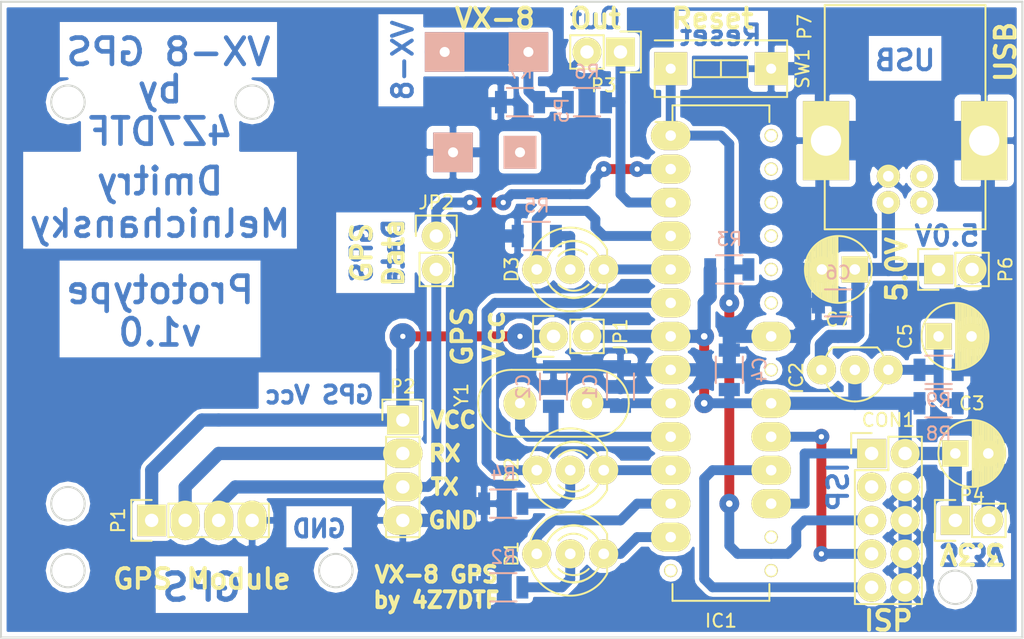
<source format=kicad_pcb>
(kicad_pcb (version 4) (host pcbnew 4.0.1-stable)

  (general
    (links 73)
    (no_connects 0)
    (area 31.674999 27.704999 109.295001 76.275001)
    (thickness 1.6)
    (drawings 40)
    (tracks 210)
    (zones 0)
    (modules 32)
    (nets 26)
  )

  (page A4)
  (title_block
    (title "GPS module for Yaesu VX-8DR/DE transceiver")
    (rev 1.0)
    (comment 1 "Prototype v1.0")
  )

  (layers
    (0 F.Cu signal)
    (31 B.Cu signal)
    (32 B.Adhes user)
    (33 F.Adhes user)
    (34 B.Paste user)
    (35 F.Paste user)
    (36 B.SilkS user hide)
    (37 F.SilkS user)
    (38 B.Mask user)
    (39 F.Mask user)
    (40 Dwgs.User user)
    (41 Cmts.User user)
    (42 Eco1.User user)
    (43 Eco2.User user)
    (44 Edge.Cuts user)
    (45 Margin user)
    (46 B.CrtYd user)
    (47 F.CrtYd user)
    (48 B.Fab user)
    (49 F.Fab user)
  )

  (setup
    (last_trace_width 0.75)
    (user_trace_width 0.5)
    (user_trace_width 0.75)
    (user_trace_width 1)
    (user_trace_width 1.5)
    (user_trace_width 2)
    (user_trace_width 3)
    (user_trace_width 4)
    (user_trace_width 5)
    (trace_clearance 0.2)
    (zone_clearance 0.35)
    (zone_45_only yes)
    (trace_min 0.2)
    (segment_width 0.2)
    (edge_width 0.15)
    (via_size 0.6)
    (via_drill 0.4)
    (via_min_size 0.2)
    (via_min_drill 0.1)
    (user_via 0.2 0.1)
    (user_via 1.2 0.4)
    (user_via 1.5 0.5)
    (user_via 2 0.4)
    (user_via 2.5 0.4)
    (uvia_size 0.3)
    (uvia_drill 0.1)
    (uvias_allowed no)
    (uvia_min_size 0.2)
    (uvia_min_drill 0.1)
    (pcb_text_width 0.3)
    (pcb_text_size 1.5 1.5)
    (mod_edge_width 0.15)
    (mod_text_size 1 1)
    (mod_text_width 0.15)
    (pad_size 1 1)
    (pad_drill 0.8)
    (pad_to_mask_clearance 0.2)
    (aux_axis_origin 0 0)
    (visible_elements 7FFFFFFF)
    (pcbplotparams
      (layerselection 0x00000_80000000)
      (usegerberextensions false)
      (excludeedgelayer false)
      (linewidth 0.100000)
      (plotframeref false)
      (viasonmask false)
      (mode 1)
      (useauxorigin false)
      (hpglpennumber 1)
      (hpglpenspeed 20)
      (hpglpendiameter 15)
      (hpglpenoverlay 2)
      (psnegative false)
      (psa4output false)
      (plotreference false)
      (plotvalue false)
      (plotinvisibletext false)
      (padsonsilk false)
      (subtractmaskfromsilk false)
      (outputformat 4)
      (mirror false)
      (drillshape 0)
      (scaleselection 1)
      (outputdirectory ""))
  )

  (net 0 "")
  (net 1 GNDREF)
  (net 2 "Net-(C1-Pad2)")
  (net 3 "Net-(C2-Pad2)")
  (net 4 "Net-(C3-Pad1)")
  (net 5 "Net-(C6-Pad1)")
  (net 6 "Net-(C5-Pad1)")
  (net 7 "Net-(CON1-Pad1)")
  (net 8 "Net-(CON1-Pad5)")
  (net 9 "Net-(CON1-Pad7)")
  (net 10 "Net-(CON1-Pad9)")
  (net 11 "Net-(D1-Pad1)")
  (net 12 "Net-(D1-Pad2)")
  (net 13 "Net-(D1-Pad3)")
  (net 14 "Net-(D2-Pad1)")
  (net 15 "Net-(D2-Pad2)")
  (net 16 "Net-(D2-Pad3)")
  (net 17 "Net-(D3-Pad1)")
  (net 18 "Net-(D3-Pad2)")
  (net 19 "Net-(D3-Pad3)")
  (net 20 "Net-(IC1-Pad2)")
  (net 21 "Net-(IC1-Pad3)")
  (net 22 /Vcc)
  (net 23 /TX)
  (net 24 /RX)
  (net 25 "Net-(P5-Pad1)")

  (net_class Default "This is the default net class."
    (clearance 0.2)
    (trace_width 0.25)
    (via_dia 0.6)
    (via_drill 0.4)
    (uvia_dia 0.3)
    (uvia_drill 0.1)
    (add_net /RX)
    (add_net /TX)
    (add_net /Vcc)
    (add_net GNDREF)
    (add_net "Net-(C1-Pad2)")
    (add_net "Net-(C2-Pad2)")
    (add_net "Net-(C3-Pad1)")
    (add_net "Net-(C5-Pad1)")
    (add_net "Net-(C6-Pad1)")
    (add_net "Net-(CON1-Pad1)")
    (add_net "Net-(CON1-Pad5)")
    (add_net "Net-(CON1-Pad7)")
    (add_net "Net-(CON1-Pad9)")
    (add_net "Net-(D1-Pad1)")
    (add_net "Net-(D1-Pad2)")
    (add_net "Net-(D1-Pad3)")
    (add_net "Net-(D2-Pad1)")
    (add_net "Net-(D2-Pad2)")
    (add_net "Net-(D2-Pad3)")
    (add_net "Net-(D3-Pad1)")
    (add_net "Net-(D3-Pad2)")
    (add_net "Net-(D3-Pad3)")
    (add_net "Net-(IC1-Pad2)")
    (add_net "Net-(IC1-Pad3)")
    (add_net "Net-(P5-Pad1)")
  )

  (module Pin_Headers:Pin_Header_Straight_2x05 (layer F.Cu) (tedit 56F1B65F) (tstamp 56E84E44)
    (at 97.79 62.23)
    (descr "Through hole pin header")
    (tags "pin header")
    (path /56D7A998)
    (fp_text reference CON1 (at 1.27 -2.54) (layer F.SilkS)
      (effects (font (size 1 1) (thickness 0.15)))
    )
    (fp_text value AVR-ISP-10 (at 0 -3.1) (layer F.Fab)
      (effects (font (size 1 1) (thickness 0.15)))
    )
    (fp_line (start -1.75 -1.75) (end -1.75 11.95) (layer F.CrtYd) (width 0.05))
    (fp_line (start 4.3 -1.75) (end 4.3 11.95) (layer F.CrtYd) (width 0.05))
    (fp_line (start -1.75 -1.75) (end 4.3 -1.75) (layer F.CrtYd) (width 0.05))
    (fp_line (start -1.75 11.95) (end 4.3 11.95) (layer F.CrtYd) (width 0.05))
    (fp_line (start 3.81 -1.27) (end 3.81 11.43) (layer F.SilkS) (width 0.15))
    (fp_line (start 3.81 11.43) (end -1.27 11.43) (layer F.SilkS) (width 0.15))
    (fp_line (start -1.27 11.43) (end -1.27 1.27) (layer F.SilkS) (width 0.15))
    (fp_line (start 3.81 -1.27) (end 1.27 -1.27) (layer F.SilkS) (width 0.15))
    (fp_line (start 0 -1.55) (end -1.55 -1.55) (layer F.SilkS) (width 0.15))
    (fp_line (start 1.27 -1.27) (end 1.27 1.27) (layer F.SilkS) (width 0.15))
    (fp_line (start 1.27 1.27) (end -1.27 1.27) (layer F.SilkS) (width 0.15))
    (fp_line (start -1.55 -1.55) (end -1.55 0) (layer F.SilkS) (width 0.15))
    (pad 1 thru_hole rect (at 0 0) (size 2.2 2.2) (drill 1.016) (layers *.Cu *.Mask F.SilkS)
      (net 7 "Net-(CON1-Pad1)"))
    (pad 2 thru_hole circle (at 2.54 0) (size 2.2 2.2) (drill 1.016) (layers *.Cu *.Mask F.SilkS)
      (net 4 "Net-(C3-Pad1)"))
    (pad 3 thru_hole circle (at 0 2.54) (size 2.2 2.2) (drill 1.016) (layers *.Cu *.Mask F.SilkS))
    (pad 4 thru_hole circle (at 2.54 2.54) (size 2.2 2.2) (drill 1.016) (layers *.Cu *.Mask F.SilkS)
      (net 1 GNDREF))
    (pad 5 thru_hole circle (at 0 5.08) (size 2.2 2.2) (drill 1.016) (layers *.Cu *.Mask F.SilkS)
      (net 8 "Net-(CON1-Pad5)"))
    (pad 6 thru_hole circle (at 2.54 5.08) (size 2.2 2.2) (drill 1.016) (layers *.Cu *.Mask F.SilkS)
      (net 1 GNDREF))
    (pad 7 thru_hole circle (at 0 7.62) (size 2.2 2.2) (drill 1.016) (layers *.Cu *.Mask F.SilkS)
      (net 9 "Net-(CON1-Pad7)"))
    (pad 8 thru_hole circle (at 2.54 7.62) (size 2.2 2.2) (drill 1.016) (layers *.Cu *.Mask F.SilkS)
      (net 1 GNDREF))
    (pad 9 thru_hole circle (at 0 10.16) (size 2.2 2.2) (drill 1.016) (layers *.Cu *.Mask F.SilkS)
      (net 10 "Net-(CON1-Pad9)"))
    (pad 10 thru_hole circle (at 2.54 10.16) (size 2.2 2.2) (drill 1.016) (layers *.Cu *.Mask F.SilkS)
      (net 1 GNDREF))
    (model Pin_Headers.3dshapes/Pin_Header_Straight_2x05.wrl
      (at (xyz 0.05 -0.2 0))
      (scale (xyz 1 1 1))
      (rotate (xyz 0 0 90))
    )
  )

  (module Capacitors_ThroughHole:C_Radial_D5_L11_P2.5 (layer F.Cu) (tedit 56F1BA1C) (tstamp 56E84702)
    (at 104.14 62.23)
    (descr "Radial Electrolytic Capacitor Diameter 5mm x Length 11mm, Pitch 2.5mm")
    (tags "Electrolytic Capacitor")
    (path /56D75EE2)
    (fp_text reference C3 (at 1.25 -3.8) (layer F.SilkS)
      (effects (font (size 1 1) (thickness 0.15)))
    )
    (fp_text value 10uF (at 1.25 3.8) (layer F.Fab)
      (effects (font (size 1 1) (thickness 0.15)))
    )
    (fp_line (start 1.325 -2.499) (end 1.325 2.499) (layer F.SilkS) (width 0.15))
    (fp_line (start 1.465 -2.491) (end 1.465 2.491) (layer F.SilkS) (width 0.15))
    (fp_line (start 1.605 -2.475) (end 1.605 -0.095) (layer F.SilkS) (width 0.15))
    (fp_line (start 1.605 0.095) (end 1.605 2.475) (layer F.SilkS) (width 0.15))
    (fp_line (start 1.745 -2.451) (end 1.745 -0.49) (layer F.SilkS) (width 0.15))
    (fp_line (start 1.745 0.49) (end 1.745 2.451) (layer F.SilkS) (width 0.15))
    (fp_line (start 1.885 -2.418) (end 1.885 -0.657) (layer F.SilkS) (width 0.15))
    (fp_line (start 1.885 0.657) (end 1.885 2.418) (layer F.SilkS) (width 0.15))
    (fp_line (start 2.025 -2.377) (end 2.025 -0.764) (layer F.SilkS) (width 0.15))
    (fp_line (start 2.025 0.764) (end 2.025 2.377) (layer F.SilkS) (width 0.15))
    (fp_line (start 2.165 -2.327) (end 2.165 -0.835) (layer F.SilkS) (width 0.15))
    (fp_line (start 2.165 0.835) (end 2.165 2.327) (layer F.SilkS) (width 0.15))
    (fp_line (start 2.305 -2.266) (end 2.305 -0.879) (layer F.SilkS) (width 0.15))
    (fp_line (start 2.305 0.879) (end 2.305 2.266) (layer F.SilkS) (width 0.15))
    (fp_line (start 2.445 -2.196) (end 2.445 -0.898) (layer F.SilkS) (width 0.15))
    (fp_line (start 2.445 0.898) (end 2.445 2.196) (layer F.SilkS) (width 0.15))
    (fp_line (start 2.585 -2.114) (end 2.585 -0.896) (layer F.SilkS) (width 0.15))
    (fp_line (start 2.585 0.896) (end 2.585 2.114) (layer F.SilkS) (width 0.15))
    (fp_line (start 2.725 -2.019) (end 2.725 -0.871) (layer F.SilkS) (width 0.15))
    (fp_line (start 2.725 0.871) (end 2.725 2.019) (layer F.SilkS) (width 0.15))
    (fp_line (start 2.865 -1.908) (end 2.865 -0.823) (layer F.SilkS) (width 0.15))
    (fp_line (start 2.865 0.823) (end 2.865 1.908) (layer F.SilkS) (width 0.15))
    (fp_line (start 3.005 -1.78) (end 3.005 -0.745) (layer F.SilkS) (width 0.15))
    (fp_line (start 3.005 0.745) (end 3.005 1.78) (layer F.SilkS) (width 0.15))
    (fp_line (start 3.145 -1.631) (end 3.145 -0.628) (layer F.SilkS) (width 0.15))
    (fp_line (start 3.145 0.628) (end 3.145 1.631) (layer F.SilkS) (width 0.15))
    (fp_line (start 3.285 -1.452) (end 3.285 -0.44) (layer F.SilkS) (width 0.15))
    (fp_line (start 3.285 0.44) (end 3.285 1.452) (layer F.SilkS) (width 0.15))
    (fp_line (start 3.425 -1.233) (end 3.425 1.233) (layer F.SilkS) (width 0.15))
    (fp_line (start 3.565 -0.944) (end 3.565 0.944) (layer F.SilkS) (width 0.15))
    (fp_line (start 3.705 -0.472) (end 3.705 0.472) (layer F.SilkS) (width 0.15))
    (fp_circle (center 2.5 0) (end 2.5 -0.9) (layer F.SilkS) (width 0.15))
    (fp_circle (center 1.25 0) (end 1.25 -2.5375) (layer F.SilkS) (width 0.15))
    (fp_circle (center 1.25 0) (end 1.25 -2.8) (layer F.CrtYd) (width 0.05))
    (pad 1 thru_hole rect (at 0 0) (size 2 2) (drill 0.8) (layers *.Cu *.Mask F.SilkS)
      (net 4 "Net-(C3-Pad1)"))
    (pad 2 thru_hole circle (at 2.5 0) (size 2 2) (drill 0.8) (layers *.Cu *.Mask F.SilkS)
      (net 1 GNDREF))
    (model Capacitors_ThroughHole.3dshapes/C_Radial_D5_L11_P2.5.wrl
      (at (xyz 0.049213 0 0))
      (scale (xyz 1 1 1))
      (rotate (xyz 0 0 90))
    )
  )

  (module Crystals:HC-49V (layer F.Cu) (tedit 56F2CB0C) (tstamp 56D87615)
    (at 73.66 58.42)
    (descr "Quartz boitier HC-49 Vertical")
    (tags "QUARTZ DEV")
    (path /56D7B72C)
    (fp_text reference Y1 (at -6.985 -0.635 270) (layer F.SilkS)
      (effects (font (size 1 1) (thickness 0.15)))
    )
    (fp_text value 4MHz (at 0 3.81) (layer F.Fab)
      (effects (font (size 1 1) (thickness 0.15)))
    )
    (fp_line (start -3.175 2.54) (end 3.175 2.54) (layer F.SilkS) (width 0.15))
    (fp_line (start -3.175 -2.54) (end 3.175 -2.54) (layer F.SilkS) (width 0.15))
    (fp_arc (start 3.175 0) (end 3.175 -2.54) (angle 90) (layer F.SilkS) (width 0.15))
    (fp_arc (start 3.175 0) (end 5.715 0) (angle 90) (layer F.SilkS) (width 0.15))
    (fp_arc (start -3.175 0) (end -5.715 0) (angle 90) (layer F.SilkS) (width 0.15))
    (fp_arc (start -3.175 0) (end -3.175 2.54) (angle 90) (layer F.SilkS) (width 0.15))
    (pad 1 thru_hole circle (at -2.54 0) (size 2.5 2.5) (drill 0.762) (layers *.Cu *.Mask F.SilkS)
      (net 3 "Net-(C2-Pad2)"))
    (pad 2 thru_hole circle (at 2.54 0) (size 2.5 2.5) (drill 0.762) (layers *.Cu *.Mask F.SilkS)
      (net 2 "Net-(C1-Pad2)"))
    (model Crystals.3dshapes/HC-49V.wrl
      (at (xyz 0 0 0))
      (scale (xyz 1 1 0.2))
      (rotate (xyz 0 0 0))
    )
  )

  (module Pin_Headers:Pin_Header_Straight_1x02 (layer F.Cu) (tedit 56F02E05) (tstamp 56DAF979)
    (at 102.87 48.26 90)
    (descr "Through hole pin header")
    (tags "pin header")
    (path /56D91692)
    (fp_text reference P6 (at 0 5.08 90) (layer F.SilkS)
      (effects (font (size 1 1) (thickness 0.15)))
    )
    (fp_text value 5V (at 0 -3.1 90) (layer F.Fab)
      (effects (font (size 1 1) (thickness 0.15)))
    )
    (fp_line (start 1.27 1.27) (end 1.27 3.81) (layer F.SilkS) (width 0.15))
    (fp_line (start 1.55 -1.55) (end 1.55 0) (layer F.SilkS) (width 0.15))
    (fp_line (start -1.75 -1.75) (end -1.75 4.3) (layer F.CrtYd) (width 0.05))
    (fp_line (start 1.75 -1.75) (end 1.75 4.3) (layer F.CrtYd) (width 0.05))
    (fp_line (start -1.75 -1.75) (end 1.75 -1.75) (layer F.CrtYd) (width 0.05))
    (fp_line (start -1.75 4.3) (end 1.75 4.3) (layer F.CrtYd) (width 0.05))
    (fp_line (start 1.27 1.27) (end -1.27 1.27) (layer F.SilkS) (width 0.15))
    (fp_line (start -1.55 0) (end -1.55 -1.55) (layer F.SilkS) (width 0.15))
    (fp_line (start -1.55 -1.55) (end 1.55 -1.55) (layer F.SilkS) (width 0.15))
    (fp_line (start -1.27 1.27) (end -1.27 3.81) (layer F.SilkS) (width 0.15))
    (fp_line (start -1.27 3.81) (end 1.27 3.81) (layer F.SilkS) (width 0.15))
    (pad 1 thru_hole rect (at 0 0 90) (size 2.2 2.2) (drill 1.016) (layers *.Cu *.Mask F.SilkS)
      (net 5 "Net-(C6-Pad1)"))
    (pad 2 thru_hole circle (at 0 2.54 90) (size 2.2 2.2) (drill 1.016) (layers *.Cu *.Mask F.SilkS)
      (net 1 GNDREF))
    (model Pin_Headers.3dshapes/Pin_Header_Straight_1x02.wrl
      (at (xyz 0 -0.05 0))
      (scale (xyz 1 1 1))
      (rotate (xyz 0 0 90))
    )
  )

  (module Pin_Headers:Pin_Header_Straight_1x02 (layer F.Cu) (tedit 56F1B79D) (tstamp 56DAF952)
    (at 78.74 31.75 270)
    (descr "Through hole pin header")
    (tags "pin header")
    (path /56D84ADD)
    (fp_text reference P3 (at 2.54 1.27 360) (layer F.SilkS)
      (effects (font (size 1 1) (thickness 0.15)))
    )
    (fp_text value Out (at 0 -3.1 270) (layer F.Fab)
      (effects (font (size 1 1) (thickness 0.15)))
    )
    (fp_line (start 1.27 1.27) (end 1.27 3.81) (layer F.SilkS) (width 0.15))
    (fp_line (start 1.55 -1.55) (end 1.55 0) (layer F.SilkS) (width 0.15))
    (fp_line (start -1.75 -1.75) (end -1.75 4.3) (layer F.CrtYd) (width 0.05))
    (fp_line (start 1.75 -1.75) (end 1.75 4.3) (layer F.CrtYd) (width 0.05))
    (fp_line (start -1.75 -1.75) (end 1.75 -1.75) (layer F.CrtYd) (width 0.05))
    (fp_line (start -1.75 4.3) (end 1.75 4.3) (layer F.CrtYd) (width 0.05))
    (fp_line (start 1.27 1.27) (end -1.27 1.27) (layer F.SilkS) (width 0.15))
    (fp_line (start -1.55 0) (end -1.55 -1.55) (layer F.SilkS) (width 0.15))
    (fp_line (start -1.55 -1.55) (end 1.55 -1.55) (layer F.SilkS) (width 0.15))
    (fp_line (start -1.27 1.27) (end -1.27 3.81) (layer F.SilkS) (width 0.15))
    (fp_line (start -1.27 3.81) (end 1.27 3.81) (layer F.SilkS) (width 0.15))
    (pad 1 thru_hole rect (at 0 0 270) (size 2.2 2.2) (drill 1.016) (layers *.Cu *.Mask F.SilkS)
      (net 21 "Net-(IC1-Pad3)"))
    (pad 2 thru_hole circle (at 0 2.54 270) (size 2.2 2.2) (drill 1.016) (layers *.Cu *.Mask F.SilkS)
      (net 1 GNDREF))
    (model Pin_Headers.3dshapes/Pin_Header_Straight_1x02.wrl
      (at (xyz 0 -0.05 0))
      (scale (xyz 1 1 1))
      (rotate (xyz 0 0 90))
    )
  )

  (module Pin_Headers:Pin_Header_Straight_1x04 (layer F.Cu) (tedit 56E84D76) (tstamp 56DAF92E)
    (at 43.18 67.31 90)
    (descr "Through hole pin header")
    (tags "pin header")
    (path /56D77460)
    (fp_text reference P1 (at 0 -2.54 90) (layer F.SilkS)
      (effects (font (size 1 1) (thickness 0.15)))
    )
    (fp_text value GY-GPS6MV2 (at 0 -3.1 90) (layer F.Fab)
      (effects (font (size 1 1) (thickness 0.15)))
    )
    (fp_line (start -1.75 -1.75) (end -1.75 9.4) (layer F.CrtYd) (width 0.05))
    (fp_line (start 1.75 -1.75) (end 1.75 9.4) (layer F.CrtYd) (width 0.05))
    (fp_line (start -1.75 -1.75) (end 1.75 -1.75) (layer F.CrtYd) (width 0.05))
    (fp_line (start -1.75 9.4) (end 1.75 9.4) (layer F.CrtYd) (width 0.05))
    (fp_line (start -1.27 1.27) (end -1.27 8.89) (layer F.SilkS) (width 0.15))
    (fp_line (start 1.27 1.27) (end 1.27 8.89) (layer F.SilkS) (width 0.15))
    (fp_line (start 1.55 -1.55) (end 1.55 0) (layer F.SilkS) (width 0.15))
    (fp_line (start -1.27 8.89) (end 1.27 8.89) (layer F.SilkS) (width 0.15))
    (fp_line (start 1.27 1.27) (end -1.27 1.27) (layer F.SilkS) (width 0.15))
    (fp_line (start -1.55 0) (end -1.55 -1.55) (layer F.SilkS) (width 0.15))
    (fp_line (start -1.55 -1.55) (end 1.55 -1.55) (layer F.SilkS) (width 0.15))
    (pad 1 thru_hole rect (at 0 0 90) (size 2.4 2.2) (drill 1.016) (layers *.Cu *.Mask F.SilkS)
      (net 22 /Vcc))
    (pad 2 thru_hole oval (at 0 2.54 90) (size 3 2.2) (drill 1.016) (layers *.Cu *.Mask F.SilkS)
      (net 24 /RX))
    (pad 3 thru_hole oval (at 0 5.08 90) (size 3 2.2) (drill 1.016) (layers *.Cu *.Mask F.SilkS)
      (net 23 /TX))
    (pad 4 thru_hole oval (at 0 7.62 90) (size 3 2.2) (drill 1.016) (layers *.Cu *.Mask F.SilkS)
      (net 1 GNDREF))
    (model Pin_Headers.3dshapes/Pin_Header_Straight_1x04.wrl
      (at (xyz 0 -0.15 0))
      (scale (xyz 1 1 1))
      (rotate (xyz 0 0 90))
    )
  )

  (module LEDs:LED-5MM-3 (layer F.Cu) (tedit 56F1B6F3) (tstamp 56DAEE74)
    (at 77.47 48.26 180)
    (descr "3-lead LED 5mm - Lead pitch 100mil (2,54mm)")
    (tags "LED led 5mm 5MM 100mil 2.54mm 3-lead")
    (path /56D820BC)
    (fp_text reference D3 (at 6.985 0 270) (layer F.SilkS)
      (effects (font (size 1 1) (thickness 0.15)))
    )
    (fp_text value "RG Led" (at 2.58064 4.22148 180) (layer F.Fab)
      (effects (font (size 1 1) (thickness 0.15)))
    )
    (fp_arc (start 0 0) (end -0.5 1) (angle 125) (layer F.CrtYd) (width 0.05))
    (fp_arc (start 2.54 0) (end -0.5 -1.55) (angle 139) (layer F.CrtYd) (width 0.05))
    (fp_arc (start 5.08 0) (end 5.85 -0.8) (angle 90) (layer F.CrtYd) (width 0.05))
    (fp_arc (start 2.54 0) (end -0.5 1.55) (angle -139.8) (layer F.CrtYd) (width 0.05))
    (fp_arc (start 2.54 0) (end -0.254 1.51) (angle -135) (layer F.SilkS) (width 0.15))
    (fp_arc (start 2.54 0) (end -0.254 -1.51) (angle 135) (layer F.SilkS) (width 0.15))
    (fp_line (start -0.5 -1) (end -0.5 -1.55) (layer F.CrtYd) (width 0.05))
    (fp_line (start -0.5 1) (end -0.5 1.55) (layer F.CrtYd) (width 0.05))
    (fp_arc (start 2.286 0) (end 3.429 -1.143) (angle -90) (layer F.SilkS) (width 0.15))
    (fp_arc (start 2.286 0) (end 1.27 1.143) (angle -90) (layer F.SilkS) (width 0.15))
    (fp_arc (start 2.286 0) (end 0.381 1.016) (angle -90) (layer F.SilkS) (width 0.15))
    (fp_arc (start 2.286 0) (end 1.524 2.032) (angle -90) (layer F.SilkS) (width 0.15))
    (fp_arc (start 2.286 0) (end 4.318 -0.762) (angle -90) (layer F.SilkS) (width 0.15))
    (fp_arc (start 2.286 0) (end 3.302 -1.905) (angle -90) (layer F.SilkS) (width 0.15))
    (fp_arc (start 2.286 0) (end 0.762 1.524) (angle -90) (layer F.SilkS) (width 0.15))
    (fp_arc (start 2.286 0) (end 3.81 -1.524) (angle -90) (layer F.SilkS) (width 0.15))
    (fp_line (start -0.254 1) (end -0.254 1.51) (layer F.SilkS) (width 0.15))
    (fp_line (start -0.254 -1.51) (end -0.254 -1) (layer F.SilkS) (width 0.15))
    (pad 1 thru_hole circle (at 0 0) (size 2.2 2.2) (drill 0.8128) (layers *.Cu *.Mask F.SilkS)
      (net 17 "Net-(D3-Pad1)"))
    (pad 2 thru_hole circle (at 2.54 0) (size 2.2 2.2) (drill 0.8128) (layers *.Cu *.Mask F.SilkS)
      (net 18 "Net-(D3-Pad2)"))
    (pad 3 thru_hole circle (at 5.08 0) (size 2.2 2.2) (drill 0.8128) (layers *.Cu *.Mask F.SilkS)
      (net 19 "Net-(D3-Pad3)"))
    (model LEDs.3dshapes/LED-5MM-3.wrl
      (at (xyz 0.1 0 0))
      (scale (xyz 4 4 4))
      (rotate (xyz 0 0 180))
    )
  )

  (module Pin_Headers:Pin_Header_Straight_1x02 (layer F.Cu) (tedit 56F1B893) (tstamp 56DAEC52)
    (at 64.77 45.72)
    (descr "Through hole pin header")
    (tags "pin header")
    (path /56D795F1)
    (fp_text reference JP2 (at 0 -2.54 180) (layer F.SilkS)
      (effects (font (size 1 1) (thickness 0.15)))
    )
    (fp_text value "GPS Data" (at 0 -3.1) (layer F.Fab)
      (effects (font (size 1 1) (thickness 0.15)))
    )
    (fp_line (start 1.27 1.27) (end 1.27 3.81) (layer F.SilkS) (width 0.15))
    (fp_line (start 1.55 -1.55) (end 1.55 0) (layer F.SilkS) (width 0.15))
    (fp_line (start -1.75 -1.75) (end -1.75 4.3) (layer F.CrtYd) (width 0.05))
    (fp_line (start 1.75 -1.75) (end 1.75 4.3) (layer F.CrtYd) (width 0.05))
    (fp_line (start -1.75 -1.75) (end 1.75 -1.75) (layer F.CrtYd) (width 0.05))
    (fp_line (start -1.75 4.3) (end 1.75 4.3) (layer F.CrtYd) (width 0.05))
    (fp_line (start 1.27 1.27) (end -1.27 1.27) (layer F.SilkS) (width 0.15))
    (fp_line (start -1.55 0) (end -1.55 -1.55) (layer F.SilkS) (width 0.15))
    (fp_line (start -1.55 -1.55) (end 1.55 -1.55) (layer F.SilkS) (width 0.15))
    (fp_line (start -1.27 1.27) (end -1.27 3.81) (layer F.SilkS) (width 0.15))
    (fp_line (start -1.27 3.81) (end 1.27 3.81) (layer F.SilkS) (width 0.15))
    (pad 1 thru_hole circle (at 0 0) (size 2.2 2.2) (drill 1.016) (layers *.Cu *.Mask F.SilkS)
      (net 20 "Net-(IC1-Pad2)"))
    (pad 2 thru_hole circle (at 0 2.54) (size 2.2 2.2) (drill 1.016) (layers *.Cu *.Mask F.SilkS)
      (net 23 /TX))
    (model Pin_Headers.3dshapes/Pin_Header_Straight_1x02.wrl
      (at (xyz 0 -0.05 0))
      (scale (xyz 1 1 1))
      (rotate (xyz 0 0 90))
    )
  )

  (module Pin_Headers:Pin_Header_Straight_1x04 (layer F.Cu) (tedit 56E84D6A) (tstamp 56DAEC2E)
    (at 62.23 59.69)
    (descr "Through hole pin header")
    (tags "pin header")
    (path /56D77B31)
    (fp_text reference P2 (at 0 -2.54) (layer F.SilkS)
      (effects (font (size 1 1) (thickness 0.15)))
    )
    (fp_text value "GPS Ser." (at 0 -3.1) (layer F.Fab)
      (effects (font (size 1 1) (thickness 0.15)))
    )
    (fp_line (start -1.75 -1.75) (end -1.75 9.4) (layer F.CrtYd) (width 0.05))
    (fp_line (start 1.75 -1.75) (end 1.75 9.4) (layer F.CrtYd) (width 0.05))
    (fp_line (start -1.75 -1.75) (end 1.75 -1.75) (layer F.CrtYd) (width 0.05))
    (fp_line (start -1.75 9.4) (end 1.75 9.4) (layer F.CrtYd) (width 0.05))
    (fp_line (start -1.27 1.27) (end -1.27 8.89) (layer F.SilkS) (width 0.15))
    (fp_line (start 1.27 1.27) (end 1.27 8.89) (layer F.SilkS) (width 0.15))
    (fp_line (start 1.55 -1.55) (end 1.55 0) (layer F.SilkS) (width 0.15))
    (fp_line (start -1.27 8.89) (end 1.27 8.89) (layer F.SilkS) (width 0.15))
    (fp_line (start 1.27 1.27) (end -1.27 1.27) (layer F.SilkS) (width 0.15))
    (fp_line (start -1.55 0) (end -1.55 -1.55) (layer F.SilkS) (width 0.15))
    (fp_line (start -1.55 -1.55) (end 1.55 -1.55) (layer F.SilkS) (width 0.15))
    (pad 1 thru_hole rect (at 0 0) (size 2.4 2.2) (drill 1.016) (layers *.Cu *.Mask F.SilkS)
      (net 22 /Vcc))
    (pad 2 thru_hole oval (at 0 2.54) (size 3 2.2) (drill 1.016) (layers *.Cu *.Mask F.SilkS)
      (net 24 /RX))
    (pad 3 thru_hole oval (at 0 5.08) (size 3 2.2) (drill 1.016) (layers *.Cu *.Mask F.SilkS)
      (net 23 /TX))
    (pad 4 thru_hole oval (at 0 7.62) (size 3 2.2) (drill 1.016) (layers *.Cu *.Mask F.SilkS)
      (net 1 GNDREF))
    (model Pin_Headers.3dshapes/Pin_Header_Straight_1x04.wrl
      (at (xyz 0 -0.15 0))
      (scale (xyz 1 1 1))
      (rotate (xyz 0 0 90))
    )
  )

  (module Pin_Headers:Pin_Header_Straight_1x02 (layer F.Cu) (tedit 56F1B6A8) (tstamp 56DAEC0E)
    (at 104.14 67.31 90)
    (descr "Through hole pin header")
    (tags "pin header")
    (path /56D9099E)
    (fp_text reference P4 (at 1.905 1.27 180) (layer F.SilkS)
      (effects (font (size 1 1) (thickness 0.15)))
    )
    (fp_text value 3.3V (at 0 -3.1 90) (layer F.Fab)
      (effects (font (size 1 1) (thickness 0.15)))
    )
    (fp_line (start 1.27 1.27) (end 1.27 3.81) (layer F.SilkS) (width 0.15))
    (fp_line (start 1.55 -1.55) (end 1.55 0) (layer F.SilkS) (width 0.15))
    (fp_line (start -1.75 -1.75) (end -1.75 4.3) (layer F.CrtYd) (width 0.05))
    (fp_line (start 1.75 -1.75) (end 1.75 4.3) (layer F.CrtYd) (width 0.05))
    (fp_line (start -1.75 -1.75) (end 1.75 -1.75) (layer F.CrtYd) (width 0.05))
    (fp_line (start -1.75 4.3) (end 1.75 4.3) (layer F.CrtYd) (width 0.05))
    (fp_line (start 1.27 1.27) (end -1.27 1.27) (layer F.SilkS) (width 0.15))
    (fp_line (start -1.55 0) (end -1.55 -1.55) (layer F.SilkS) (width 0.15))
    (fp_line (start -1.55 -1.55) (end 1.55 -1.55) (layer F.SilkS) (width 0.15))
    (fp_line (start -1.27 1.27) (end -1.27 3.81) (layer F.SilkS) (width 0.15))
    (fp_line (start -1.27 3.81) (end 1.27 3.81) (layer F.SilkS) (width 0.15))
    (pad 1 thru_hole rect (at 0 0 90) (size 2.2 2.2) (drill 1.016) (layers *.Cu *.Mask F.SilkS)
      (net 4 "Net-(C3-Pad1)"))
    (pad 2 thru_hole circle (at 0 2.54 90) (size 2.2 2.2) (drill 1.016) (layers *.Cu *.Mask F.SilkS)
      (net 1 GNDREF))
    (model Pin_Headers.3dshapes/Pin_Header_Straight_1x02.wrl
      (at (xyz 0 -0.05 0))
      (scale (xyz 1 1 1))
      (rotate (xyz 0 0 90))
    )
  )

  (module Buttons_Switches_ThroughHole:SW_DIP_x1_Slide (layer F.Cu) (tedit 56DDB8ED) (tstamp 56DAEA40)
    (at 82.55 33.02 270)
    (descr "CTS Electrocomponents, Series 206/208")
    (path /56D8E80D)
    (fp_text reference SW1 (at 0 -10 270) (layer F.SilkS)
      (effects (font (size 1 1) (thickness 0.15)))
    )
    (fp_text value Reset (at -3.81 -1.27 540) (layer F.Fab)
      (effects (font (size 1 1) (thickness 0.15)))
    )
    (fp_line (start 2.5 1.55) (end -2.5 1.55) (layer F.CrtYd) (width 0.05))
    (fp_line (start -2.5 1.55) (end -2.5 -9.15) (layer F.CrtYd) (width 0.05))
    (fp_line (start -2.5 -9.15) (end 2.5 -9.15) (layer F.CrtYd) (width 0.05))
    (fp_line (start 2.5 -9.15) (end 2.5 1.55) (layer F.CrtYd) (width 0.05))
    (fp_line (start -2.15 -8.83) (end 2.15 -8.83) (layer F.SilkS) (width 0.15))
    (fp_line (start 0 1.21) (end 2.15 1.21) (layer F.SilkS) (width 0.15))
    (fp_line (start -2.15 -8.83) (end -2.15 1.21) (layer F.SilkS) (width 0.15))
    (fp_line (start 2.15 -8.83) (end 2.15 1.21) (layer F.SilkS) (width 0.15))
    (fp_line (start -0.64 -3.81) (end 0.64 -3.81) (layer F.SilkS) (width 0.15))
    (fp_line (start -0.64 -5.84) (end -0.64 -1.78) (layer F.SilkS) (width 0.15))
    (fp_line (start -0.64 -1.78) (end 0.64 -1.78) (layer F.SilkS) (width 0.15))
    (fp_line (start 0.64 -1.78) (end 0.64 -5.84) (layer F.SilkS) (width 0.15))
    (fp_line (start 0.64 -5.84) (end -0.64 -5.84) (layer F.SilkS) (width 0.15))
    (pad 1 thru_hole rect (at 0 0 270) (size 2.5 2.5) (drill 0.762) (layers *.Cu *.Mask F.SilkS)
      (net 8 "Net-(CON1-Pad5)"))
    (pad 2 thru_hole rect (at 0 -7.62 270) (size 2.5 2.5) (drill 0.762) (layers *.Cu *.Mask F.SilkS)
      (net 1 GNDREF))
    (model Buttons_Switches_ThroughHole.3dshapes/SW_DIP_x1_Slide.wrl
      (at (xyz 0 0 0))
      (scale (xyz 1 1 1))
      (rotate (xyz 0 0 0))
    )
  )

  (module LEDs:LED-5MM-3 (layer F.Cu) (tedit 56F1B6CE) (tstamp 56DAE91B)
    (at 77.47 63.5 180)
    (descr "3-lead LED 5mm - Lead pitch 100mil (2,54mm)")
    (tags "LED led 5mm 5MM 100mil 2.54mm 3-lead")
    (path /56D82045)
    (fp_text reference D2 (at 6.985 0 270) (layer F.SilkS)
      (effects (font (size 1 1) (thickness 0.15)))
    )
    (fp_text value "RG Led" (at 2.58064 4.22148 180) (layer F.Fab)
      (effects (font (size 1 1) (thickness 0.15)))
    )
    (fp_arc (start 0 0) (end -0.5 1) (angle 125) (layer F.CrtYd) (width 0.05))
    (fp_arc (start 2.54 0) (end -0.5 -1.55) (angle 139) (layer F.CrtYd) (width 0.05))
    (fp_arc (start 5.08 0) (end 5.85 -0.8) (angle 90) (layer F.CrtYd) (width 0.05))
    (fp_arc (start 2.54 0) (end -0.5 1.55) (angle -139.8) (layer F.CrtYd) (width 0.05))
    (fp_arc (start 2.54 0) (end -0.254 1.51) (angle -135) (layer F.SilkS) (width 0.15))
    (fp_arc (start 2.54 0) (end -0.254 -1.51) (angle 135) (layer F.SilkS) (width 0.15))
    (fp_line (start -0.5 -1) (end -0.5 -1.55) (layer F.CrtYd) (width 0.05))
    (fp_line (start -0.5 1) (end -0.5 1.55) (layer F.CrtYd) (width 0.05))
    (fp_arc (start 2.286 0) (end 3.429 -1.143) (angle -90) (layer F.SilkS) (width 0.15))
    (fp_arc (start 2.286 0) (end 1.27 1.143) (angle -90) (layer F.SilkS) (width 0.15))
    (fp_arc (start 2.286 0) (end 0.381 1.016) (angle -90) (layer F.SilkS) (width 0.15))
    (fp_arc (start 2.286 0) (end 1.524 2.032) (angle -90) (layer F.SilkS) (width 0.15))
    (fp_arc (start 2.286 0) (end 4.318 -0.762) (angle -90) (layer F.SilkS) (width 0.15))
    (fp_arc (start 2.286 0) (end 3.302 -1.905) (angle -90) (layer F.SilkS) (width 0.15))
    (fp_arc (start 2.286 0) (end 0.762 1.524) (angle -90) (layer F.SilkS) (width 0.15))
    (fp_arc (start 2.286 0) (end 3.81 -1.524) (angle -90) (layer F.SilkS) (width 0.15))
    (fp_line (start -0.254 1) (end -0.254 1.51) (layer F.SilkS) (width 0.15))
    (fp_line (start -0.254 -1.51) (end -0.254 -1) (layer F.SilkS) (width 0.15))
    (pad 1 thru_hole circle (at 0 0) (size 2.2 2.2) (drill 0.8128) (layers *.Cu *.Mask F.SilkS)
      (net 14 "Net-(D2-Pad1)"))
    (pad 2 thru_hole circle (at 2.54 0) (size 2.2 2.2) (drill 0.8128) (layers *.Cu *.Mask F.SilkS)
      (net 15 "Net-(D2-Pad2)"))
    (pad 3 thru_hole circle (at 5.08 0) (size 2.2 2.2) (drill 0.8128) (layers *.Cu *.Mask F.SilkS)
      (net 16 "Net-(D2-Pad3)"))
    (model LEDs.3dshapes/LED-5MM-3.wrl
      (at (xyz 0.1 0 0))
      (scale (xyz 4 4 4))
      (rotate (xyz 0 0 180))
    )
  )

  (module Housings_DIP:DIP-28_W7.62mm_LongPads (layer F.Cu) (tedit 56F253BE) (tstamp 56D87587)
    (at 82.55 38.1)
    (descr "28-lead dip package, row spacing 7.62 mm (300 mils), longer pads")
    (tags "dil dip 2.54 300")
    (path /56D758C6)
    (fp_text reference IC1 (at 3.81 36.83) (layer F.SilkS)
      (effects (font (size 1 1) (thickness 0.15)))
    )
    (fp_text value ATMEGA328P-P (at -3.81 36.83) (layer F.Fab)
      (effects (font (size 1 1) (thickness 0.15)))
    )
    (fp_line (start -1.4 -2.45) (end -1.4 35.5) (layer F.CrtYd) (width 0.05))
    (fp_line (start 9 -2.45) (end 9 35.5) (layer F.CrtYd) (width 0.05))
    (fp_line (start -1.4 -2.45) (end 9 -2.45) (layer F.CrtYd) (width 0.05))
    (fp_line (start -1.4 35.5) (end 9 35.5) (layer F.CrtYd) (width 0.05))
    (fp_line (start 0.135 -2.295) (end 0.135 -1.025) (layer F.SilkS) (width 0.15))
    (fp_line (start 7.485 -2.295) (end 7.485 -1.025) (layer F.SilkS) (width 0.15))
    (fp_line (start 7.485 35.315) (end 7.485 34.045) (layer F.SilkS) (width 0.15))
    (fp_line (start 0.135 35.315) (end 0.135 34.045) (layer F.SilkS) (width 0.15))
    (fp_line (start 0.135 -2.295) (end 7.485 -2.295) (layer F.SilkS) (width 0.15))
    (fp_line (start 0.135 35.315) (end 7.485 35.315) (layer F.SilkS) (width 0.15))
    (fp_line (start 0.135 -1.025) (end -1.15 -1.025) (layer F.SilkS) (width 0.15))
    (pad 1 thru_hole oval (at 0 0) (size 3 2.2) (drill 0.8) (layers *.Cu *.Mask F.SilkS)
      (net 8 "Net-(CON1-Pad5)"))
    (pad 2 thru_hole oval (at 0 2.54) (size 3 2.2) (drill 0.8) (layers *.Cu *.Mask F.SilkS)
      (net 20 "Net-(IC1-Pad2)"))
    (pad 3 thru_hole oval (at 0 5.08) (size 3 2.2) (drill 0.8) (layers *.Cu *.Mask F.SilkS)
      (net 21 "Net-(IC1-Pad3)"))
    (pad 4 thru_hole oval (at 0 7.62) (size 3 2.2) (drill 0.8) (layers *.Cu *.Mask F.SilkS)
      (net 19 "Net-(D3-Pad3)"))
    (pad 5 thru_hole oval (at 0 10.16) (size 3 2.2) (drill 0.8) (layers *.Cu *.Mask F.SilkS)
      (net 17 "Net-(D3-Pad1)"))
    (pad 6 thru_hole oval (at 0 12.7) (size 3 2.2) (drill 0.8) (layers *.Cu *.Mask F.SilkS)
      (net 16 "Net-(D2-Pad3)"))
    (pad 7 thru_hole oval (at 0 15.24) (size 3 2.2) (drill 0.8) (layers *.Cu *.Mask F.SilkS)
      (net 4 "Net-(C3-Pad1)"))
    (pad 8 thru_hole oval (at 0 17.78) (size 3 2.2) (drill 0.8) (layers *.Cu *.Mask F.SilkS)
      (net 1 GNDREF))
    (pad 9 thru_hole oval (at 0 20.32) (size 3 2.2) (drill 0.8) (layers *.Cu *.Mask F.SilkS)
      (net 2 "Net-(C1-Pad2)"))
    (pad 10 thru_hole oval (at 0 22.86) (size 3 2.2) (drill 0.8) (layers *.Cu *.Mask F.SilkS)
      (net 3 "Net-(C2-Pad2)"))
    (pad 11 thru_hole oval (at 0 25.4) (size 3 2.2) (drill 0.8) (layers *.Cu *.Mask F.SilkS)
      (net 14 "Net-(D2-Pad1)"))
    (pad 12 thru_hole oval (at 0 27.94) (size 3 2.2) (drill 0.8) (layers *.Cu *.Mask F.SilkS)
      (net 13 "Net-(D1-Pad3)"))
    (pad 13 thru_hole oval (at 0 30.48) (size 3 2.2) (drill 0.8) (layers *.Cu *.Mask F.SilkS)
      (net 11 "Net-(D1-Pad1)"))
    (pad 14 thru_hole oval (at 0 33.02) (size 1 1) (drill 0.8) (layers *.Cu *.Mask F.SilkS))
    (pad 15 thru_hole oval (at 7.62 33.02) (size 1 1) (drill 0.8) (layers *.Cu *.Mask F.SilkS))
    (pad 16 thru_hole oval (at 7.62 30.48) (size 1 1) (drill 0.8) (layers *.Cu *.Mask F.SilkS))
    (pad 17 thru_hole oval (at 7.62 27.94) (size 3 2.2) (drill 0.8) (layers *.Cu *.Mask F.SilkS)
      (net 7 "Net-(CON1-Pad1)"))
    (pad 18 thru_hole oval (at 7.62 25.4) (size 3 2.2) (drill 0.8) (layers *.Cu *.Mask F.SilkS)
      (net 10 "Net-(CON1-Pad9)"))
    (pad 19 thru_hole oval (at 7.62 22.86) (size 3 2.2) (drill 0.8) (layers *.Cu *.Mask F.SilkS)
      (net 9 "Net-(CON1-Pad7)"))
    (pad 20 thru_hole oval (at 7.62 20.32) (size 3 2.2) (drill 0.8) (layers *.Cu *.Mask F.SilkS)
      (net 4 "Net-(C3-Pad1)"))
    (pad 21 thru_hole oval (at 7.62 17.78) (size 1 1) (drill 0.8) (layers *.Cu *.Mask F.SilkS))
    (pad 22 thru_hole oval (at 7.62 15.24) (size 3 2.2) (drill 0.8) (layers *.Cu *.Mask F.SilkS)
      (net 1 GNDREF))
    (pad 23 thru_hole oval (at 7.62 12.7) (size 1 1) (drill 0.8) (layers *.Cu *.Mask F.SilkS))
    (pad 24 thru_hole oval (at 7.62 10.16) (size 1 1) (drill 0.8) (layers *.Cu *.Mask F.SilkS))
    (pad 25 thru_hole oval (at 7.62 7.62) (size 1 1) (drill 0.8) (layers *.Cu *.Mask F.SilkS))
    (pad 26 thru_hole oval (at 7.62 5.08) (size 1 1) (drill 0.8) (layers *.Cu *.Mask F.SilkS))
    (pad 27 thru_hole oval (at 7.62 2.54) (size 1 1) (drill 0.8) (layers *.Cu *.Mask F.SilkS))
    (pad 28 thru_hole oval (at 7.62 0) (size 1 1) (drill 0.8) (layers *.Cu *.Mask F.SilkS))
    (model Housings_DIP.3dshapes/DIP-28_W7.62mm_LongPads.wrl
      (at (xyz 0 0 0))
      (scale (xyz 1 1 1))
      (rotate (xyz 0 0 0))
    )
  )

  (module LEDs:LED-5MM-3 (layer F.Cu) (tedit 56F1B6C6) (tstamp 56D87559)
    (at 77.47 69.85 180)
    (descr "3-lead LED 5mm - Lead pitch 100mil (2,54mm)")
    (tags "LED led 5mm 5MM 100mil 2.54mm 3-lead")
    (path /56D81428)
    (fp_text reference D1 (at 6.985 0 270) (layer F.SilkS)
      (effects (font (size 1 1) (thickness 0.15)))
    )
    (fp_text value "RG Led" (at 2.58064 4.22148 180) (layer F.Fab)
      (effects (font (size 1 1) (thickness 0.15)))
    )
    (fp_arc (start 0 0) (end -0.5 1) (angle 125) (layer F.CrtYd) (width 0.05))
    (fp_arc (start 2.54 0) (end -0.5 -1.55) (angle 139) (layer F.CrtYd) (width 0.05))
    (fp_arc (start 5.08 0) (end 5.85 -0.8) (angle 90) (layer F.CrtYd) (width 0.05))
    (fp_arc (start 2.54 0) (end -0.5 1.55) (angle -139.8) (layer F.CrtYd) (width 0.05))
    (fp_arc (start 2.54 0) (end -0.254 1.51) (angle -135) (layer F.SilkS) (width 0.15))
    (fp_arc (start 2.54 0) (end -0.254 -1.51) (angle 135) (layer F.SilkS) (width 0.15))
    (fp_line (start -0.5 -1) (end -0.5 -1.55) (layer F.CrtYd) (width 0.05))
    (fp_line (start -0.5 1) (end -0.5 1.55) (layer F.CrtYd) (width 0.05))
    (fp_arc (start 2.286 0) (end 3.429 -1.143) (angle -90) (layer F.SilkS) (width 0.15))
    (fp_arc (start 2.286 0) (end 1.27 1.143) (angle -90) (layer F.SilkS) (width 0.15))
    (fp_arc (start 2.286 0) (end 0.381 1.016) (angle -90) (layer F.SilkS) (width 0.15))
    (fp_arc (start 2.286 0) (end 1.524 2.032) (angle -90) (layer F.SilkS) (width 0.15))
    (fp_arc (start 2.286 0) (end 4.318 -0.762) (angle -90) (layer F.SilkS) (width 0.15))
    (fp_arc (start 2.286 0) (end 3.302 -1.905) (angle -90) (layer F.SilkS) (width 0.15))
    (fp_arc (start 2.286 0) (end 0.762 1.524) (angle -90) (layer F.SilkS) (width 0.15))
    (fp_arc (start 2.286 0) (end 3.81 -1.524) (angle -90) (layer F.SilkS) (width 0.15))
    (fp_line (start -0.254 1) (end -0.254 1.51) (layer F.SilkS) (width 0.15))
    (fp_line (start -0.254 -1.51) (end -0.254 -1) (layer F.SilkS) (width 0.15))
    (pad 1 thru_hole circle (at 0 0) (size 2.2 2.2) (drill 0.8128) (layers *.Cu *.Mask F.SilkS)
      (net 11 "Net-(D1-Pad1)"))
    (pad 2 thru_hole circle (at 2.54 0) (size 2.2 2.2) (drill 0.8128) (layers *.Cu *.Mask F.SilkS)
      (net 12 "Net-(D1-Pad2)"))
    (pad 3 thru_hole circle (at 5.08 0) (size 2.2 2.2) (drill 0.8128) (layers *.Cu *.Mask F.SilkS)
      (net 13 "Net-(D1-Pad3)"))
    (model LEDs.3dshapes/LED-5MM-3.wrl
      (at (xyz 0.1 0 0))
      (scale (xyz 4 4 4))
      (rotate (xyz 0 0 180))
    )
  )

  (module Pin_Headers:Pin_Header_Straight_1x02 (layer F.Cu) (tedit 56F1B6FB) (tstamp 56D8758D)
    (at 73.66 53.34 90)
    (descr "Through hole pin header")
    (tags "pin header")
    (path /56D79812)
    (fp_text reference JP1 (at 0 5.08 90) (layer F.SilkS)
      (effects (font (size 1 1) (thickness 0.15)))
    )
    (fp_text value "GPS Vcc" (at 0 -3.1 90) (layer F.Fab)
      (effects (font (size 1 1) (thickness 0.15)))
    )
    (fp_line (start 1.27 1.27) (end 1.27 3.81) (layer F.SilkS) (width 0.15))
    (fp_line (start 1.55 -1.55) (end 1.55 0) (layer F.SilkS) (width 0.15))
    (fp_line (start -1.75 -1.75) (end -1.75 4.3) (layer F.CrtYd) (width 0.05))
    (fp_line (start 1.75 -1.75) (end 1.75 4.3) (layer F.CrtYd) (width 0.05))
    (fp_line (start -1.75 -1.75) (end 1.75 -1.75) (layer F.CrtYd) (width 0.05))
    (fp_line (start -1.75 4.3) (end 1.75 4.3) (layer F.CrtYd) (width 0.05))
    (fp_line (start 1.27 1.27) (end -1.27 1.27) (layer F.SilkS) (width 0.15))
    (fp_line (start -1.55 0) (end -1.55 -1.55) (layer F.SilkS) (width 0.15))
    (fp_line (start -1.55 -1.55) (end 1.55 -1.55) (layer F.SilkS) (width 0.15))
    (fp_line (start -1.27 1.27) (end -1.27 3.81) (layer F.SilkS) (width 0.15))
    (fp_line (start -1.27 3.81) (end 1.27 3.81) (layer F.SilkS) (width 0.15))
    (pad 1 thru_hole circle (at 0 0 90) (size 2.2 2.2) (drill 1.016) (layers *.Cu *.Mask F.SilkS)
      (net 22 /Vcc))
    (pad 2 thru_hole circle (at 0 2.54 90) (size 2.2 2.2) (drill 1.016) (layers *.Cu *.Mask F.SilkS)
      (net 4 "Net-(C3-Pad1)"))
    (model Pin_Headers.3dshapes/Pin_Header_Straight_1x02.wrl
      (at (xyz 0 -0.05 0))
      (scale (xyz 1 1 1))
      (rotate (xyz 0 0 90))
    )
  )

  (module dima:3.5mm_Jack (layer B.Cu) (tedit 56F1B719) (tstamp 56DC54C4)
    (at 68.58 36.83 180)
    (path /56D77509)
    (fp_text reference P5 (at -5.715 0.635 450) (layer B.SilkS)
      (effects (font (size 1 1) (thickness 0.15)) (justify mirror))
    )
    (fp_text value VX-8 (at 0 0.5 180) (layer B.Fab)
      (effects (font (size 1 1) (thickness 0.15)) (justify mirror))
    )
    (pad 3 thru_hole rect (at 2.54 -2.54 180) (size 3 3) (drill 0.762) (layers *.Cu *.Mask B.SilkS)
      (net 1 GNDREF))
    (pad 2 thru_hole rect (at -2.54 -2.54 180) (size 2.5 2.5) (drill 0.762) (layers *.Cu *.Mask B.SilkS))
    (pad 1 thru_hole rect (at 3.175 5.08 180) (size 3 3) (drill 0.762) (layers *.Cu *.Mask B.SilkS)
      (net 25 "Net-(P5-Pad1)"))
    (pad 1 thru_hole rect (at -3.175 5.08 180) (size 3 3) (drill 0.762) (layers *.Cu *.Mask B.SilkS)
      (net 25 "Net-(P5-Pad1)"))
  )

  (module Capacitors_ThroughHole:C_Radial_D5_L11_P2.5 (layer F.Cu) (tedit 56F1BA10) (tstamp 56E84707)
    (at 102.87 53.34)
    (descr "Radial Electrolytic Capacitor Diameter 5mm x Length 11mm, Pitch 2.5mm")
    (tags "Electrolytic Capacitor")
    (path /56D7644E)
    (fp_text reference C5 (at -2.54 0 90) (layer F.SilkS)
      (effects (font (size 1 1) (thickness 0.15)))
    )
    (fp_text value 10uF (at 1.25 3.8) (layer F.Fab)
      (effects (font (size 1 1) (thickness 0.15)))
    )
    (fp_line (start 1.325 -2.499) (end 1.325 2.499) (layer F.SilkS) (width 0.15))
    (fp_line (start 1.465 -2.491) (end 1.465 2.491) (layer F.SilkS) (width 0.15))
    (fp_line (start 1.605 -2.475) (end 1.605 -0.095) (layer F.SilkS) (width 0.15))
    (fp_line (start 1.605 0.095) (end 1.605 2.475) (layer F.SilkS) (width 0.15))
    (fp_line (start 1.745 -2.451) (end 1.745 -0.49) (layer F.SilkS) (width 0.15))
    (fp_line (start 1.745 0.49) (end 1.745 2.451) (layer F.SilkS) (width 0.15))
    (fp_line (start 1.885 -2.418) (end 1.885 -0.657) (layer F.SilkS) (width 0.15))
    (fp_line (start 1.885 0.657) (end 1.885 2.418) (layer F.SilkS) (width 0.15))
    (fp_line (start 2.025 -2.377) (end 2.025 -0.764) (layer F.SilkS) (width 0.15))
    (fp_line (start 2.025 0.764) (end 2.025 2.377) (layer F.SilkS) (width 0.15))
    (fp_line (start 2.165 -2.327) (end 2.165 -0.835) (layer F.SilkS) (width 0.15))
    (fp_line (start 2.165 0.835) (end 2.165 2.327) (layer F.SilkS) (width 0.15))
    (fp_line (start 2.305 -2.266) (end 2.305 -0.879) (layer F.SilkS) (width 0.15))
    (fp_line (start 2.305 0.879) (end 2.305 2.266) (layer F.SilkS) (width 0.15))
    (fp_line (start 2.445 -2.196) (end 2.445 -0.898) (layer F.SilkS) (width 0.15))
    (fp_line (start 2.445 0.898) (end 2.445 2.196) (layer F.SilkS) (width 0.15))
    (fp_line (start 2.585 -2.114) (end 2.585 -0.896) (layer F.SilkS) (width 0.15))
    (fp_line (start 2.585 0.896) (end 2.585 2.114) (layer F.SilkS) (width 0.15))
    (fp_line (start 2.725 -2.019) (end 2.725 -0.871) (layer F.SilkS) (width 0.15))
    (fp_line (start 2.725 0.871) (end 2.725 2.019) (layer F.SilkS) (width 0.15))
    (fp_line (start 2.865 -1.908) (end 2.865 -0.823) (layer F.SilkS) (width 0.15))
    (fp_line (start 2.865 0.823) (end 2.865 1.908) (layer F.SilkS) (width 0.15))
    (fp_line (start 3.005 -1.78) (end 3.005 -0.745) (layer F.SilkS) (width 0.15))
    (fp_line (start 3.005 0.745) (end 3.005 1.78) (layer F.SilkS) (width 0.15))
    (fp_line (start 3.145 -1.631) (end 3.145 -0.628) (layer F.SilkS) (width 0.15))
    (fp_line (start 3.145 0.628) (end 3.145 1.631) (layer F.SilkS) (width 0.15))
    (fp_line (start 3.285 -1.452) (end 3.285 -0.44) (layer F.SilkS) (width 0.15))
    (fp_line (start 3.285 0.44) (end 3.285 1.452) (layer F.SilkS) (width 0.15))
    (fp_line (start 3.425 -1.233) (end 3.425 1.233) (layer F.SilkS) (width 0.15))
    (fp_line (start 3.565 -0.944) (end 3.565 0.944) (layer F.SilkS) (width 0.15))
    (fp_line (start 3.705 -0.472) (end 3.705 0.472) (layer F.SilkS) (width 0.15))
    (fp_circle (center 2.5 0) (end 2.5 -0.9) (layer F.SilkS) (width 0.15))
    (fp_circle (center 1.25 0) (end 1.25 -2.5375) (layer F.SilkS) (width 0.15))
    (fp_circle (center 1.25 0) (end 1.25 -2.8) (layer F.CrtYd) (width 0.05))
    (pad 1 thru_hole rect (at 0 0) (size 2 2) (drill 0.8) (layers *.Cu *.Mask F.SilkS)
      (net 6 "Net-(C5-Pad1)"))
    (pad 2 thru_hole circle (at 2.5 0) (size 2 2) (drill 0.8) (layers *.Cu *.Mask F.SilkS)
      (net 1 GNDREF))
    (model Capacitors_ThroughHole.3dshapes/C_Radial_D5_L11_P2.5.wrl
      (at (xyz 0.049213 0 0))
      (scale (xyz 1 1 1))
      (rotate (xyz 0 0 90))
    )
  )

  (module Capacitors_ThroughHole:C_Radial_D5_L11_P2.5 (layer F.Cu) (tedit 56F18B87) (tstamp 56E8470C)
    (at 96.52 48.26 180)
    (descr "Radial Electrolytic Capacitor Diameter 5mm x Length 11mm, Pitch 2.5mm")
    (tags "Electrolytic Capacitor")
    (path /56D7651B)
    (fp_text reference C7 (at 1.27 -3.81 360) (layer F.SilkS)
      (effects (font (size 1 1) (thickness 0.15)))
    )
    (fp_text value 47uF (at 1.27 -1.27 180) (layer F.Fab)
      (effects (font (size 1 1) (thickness 0.15)))
    )
    (fp_line (start 1.325 -2.499) (end 1.325 2.499) (layer F.SilkS) (width 0.15))
    (fp_line (start 1.465 -2.491) (end 1.465 2.491) (layer F.SilkS) (width 0.15))
    (fp_line (start 1.605 -2.475) (end 1.605 -0.095) (layer F.SilkS) (width 0.15))
    (fp_line (start 1.605 0.095) (end 1.605 2.475) (layer F.SilkS) (width 0.15))
    (fp_line (start 1.745 -2.451) (end 1.745 -0.49) (layer F.SilkS) (width 0.15))
    (fp_line (start 1.745 0.49) (end 1.745 2.451) (layer F.SilkS) (width 0.15))
    (fp_line (start 1.885 -2.418) (end 1.885 -0.657) (layer F.SilkS) (width 0.15))
    (fp_line (start 1.885 0.657) (end 1.885 2.418) (layer F.SilkS) (width 0.15))
    (fp_line (start 2.025 -2.377) (end 2.025 -0.764) (layer F.SilkS) (width 0.15))
    (fp_line (start 2.025 0.764) (end 2.025 2.377) (layer F.SilkS) (width 0.15))
    (fp_line (start 2.165 -2.327) (end 2.165 -0.835) (layer F.SilkS) (width 0.15))
    (fp_line (start 2.165 0.835) (end 2.165 2.327) (layer F.SilkS) (width 0.15))
    (fp_line (start 2.305 -2.266) (end 2.305 -0.879) (layer F.SilkS) (width 0.15))
    (fp_line (start 2.305 0.879) (end 2.305 2.266) (layer F.SilkS) (width 0.15))
    (fp_line (start 2.445 -2.196) (end 2.445 -0.898) (layer F.SilkS) (width 0.15))
    (fp_line (start 2.445 0.898) (end 2.445 2.196) (layer F.SilkS) (width 0.15))
    (fp_line (start 2.585 -2.114) (end 2.585 -0.896) (layer F.SilkS) (width 0.15))
    (fp_line (start 2.585 0.896) (end 2.585 2.114) (layer F.SilkS) (width 0.15))
    (fp_line (start 2.725 -2.019) (end 2.725 -0.871) (layer F.SilkS) (width 0.15))
    (fp_line (start 2.725 0.871) (end 2.725 2.019) (layer F.SilkS) (width 0.15))
    (fp_line (start 2.865 -1.908) (end 2.865 -0.823) (layer F.SilkS) (width 0.15))
    (fp_line (start 2.865 0.823) (end 2.865 1.908) (layer F.SilkS) (width 0.15))
    (fp_line (start 3.005 -1.78) (end 3.005 -0.745) (layer F.SilkS) (width 0.15))
    (fp_line (start 3.005 0.745) (end 3.005 1.78) (layer F.SilkS) (width 0.15))
    (fp_line (start 3.145 -1.631) (end 3.145 -0.628) (layer F.SilkS) (width 0.15))
    (fp_line (start 3.145 0.628) (end 3.145 1.631) (layer F.SilkS) (width 0.15))
    (fp_line (start 3.285 -1.452) (end 3.285 -0.44) (layer F.SilkS) (width 0.15))
    (fp_line (start 3.285 0.44) (end 3.285 1.452) (layer F.SilkS) (width 0.15))
    (fp_line (start 3.425 -1.233) (end 3.425 1.233) (layer F.SilkS) (width 0.15))
    (fp_line (start 3.565 -0.944) (end 3.565 0.944) (layer F.SilkS) (width 0.15))
    (fp_line (start 3.705 -0.472) (end 3.705 0.472) (layer F.SilkS) (width 0.15))
    (fp_circle (center 2.5 0) (end 2.5 -0.9) (layer F.SilkS) (width 0.15))
    (fp_circle (center 1.25 0) (end 1.25 -2.5375) (layer F.SilkS) (width 0.15))
    (fp_circle (center 1.25 0) (end 1.25 -2.8) (layer F.CrtYd) (width 0.05))
    (pad 1 thru_hole rect (at 0 0 180) (size 2 2) (drill 0.8) (layers *.Cu *.Mask F.SilkS)
      (net 5 "Net-(C6-Pad1)"))
    (pad 2 thru_hole circle (at 2.5 0 180) (size 2 2) (drill 0.8) (layers *.Cu *.Mask F.SilkS)
      (net 1 GNDREF))
    (model Capacitors_ThroughHole.3dshapes/C_Radial_D5_L11_P2.5.wrl
      (at (xyz 0.049213 0 0))
      (scale (xyz 1 1 1))
      (rotate (xyz 0 0 90))
    )
  )

  (module TO_SOT_Packages_THT:TO-92_Inline_Wide (layer F.Cu) (tedit 56F1B476) (tstamp 56E84717)
    (at 99.06 55.88 180)
    (descr "TO-92 leads in-line, wide, drill 0.8mm (see NXP sot054_po.pdf)")
    (tags "to-92 sc-43 sc-43a sot54 PA33 transistor")
    (path /56D75ABB)
    (fp_text reference IC2 (at 6.985 -0.635 450) (layer F.SilkS)
      (effects (font (size 1 1) (thickness 0.15)))
    )
    (fp_text value LM317T (at 2.54 -3.81 180) (layer F.Fab)
      (effects (font (size 1 1) (thickness 0.15)))
    )
    (fp_arc (start 2.54 0) (end 0.84 1.7) (angle 20.5) (layer F.SilkS) (width 0.15))
    (fp_arc (start 2.54 0) (end 4.24 1.7) (angle -20.5) (layer F.SilkS) (width 0.15))
    (fp_line (start -1 1.95) (end -1 -2.65) (layer F.CrtYd) (width 0.05))
    (fp_line (start -1 1.95) (end 6.1 1.95) (layer F.CrtYd) (width 0.05))
    (fp_line (start 0.84 1.7) (end 4.24 1.7) (layer F.SilkS) (width 0.15))
    (fp_arc (start 2.54 0) (end 2.54 -2.4) (angle -65.55604127) (layer F.SilkS) (width 0.15))
    (fp_arc (start 2.54 0) (end 2.54 -2.4) (angle 65.55604127) (layer F.SilkS) (width 0.15))
    (fp_line (start -1 -2.65) (end 6.1 -2.65) (layer F.CrtYd) (width 0.05))
    (fp_line (start 6.1 1.95) (end 6.1 -2.65) (layer F.CrtYd) (width 0.05))
    (pad 2 thru_hole circle (at 2.54 0 270) (size 2.2 2.2) (drill 0.8) (layers *.Cu *.Mask F.SilkS)
      (net 4 "Net-(C3-Pad1)"))
    (pad 3 thru_hole circle (at 5.08 0 270) (size 2.2 2.2) (drill 0.8) (layers *.Cu *.Mask F.SilkS)
      (net 5 "Net-(C6-Pad1)"))
    (pad 1 thru_hole circle (at 0 0 270) (size 2.2 2.2) (drill 0.8) (layers *.Cu *.Mask F.SilkS)
      (net 6 "Net-(C5-Pad1)"))
    (model TO_SOT_Packages_THT.3dshapes/TO-92_Inline_Wide.wrl
      (at (xyz 0.1 0 0))
      (scale (xyz 1 1 1))
      (rotate (xyz 0 0 -90))
    )
  )

  (module Connect:USB_B (layer F.Cu) (tedit 56F1B842) (tstamp 56E84718)
    (at 99.06 43.18 90)
    (descr "USB B connector")
    (tags "USB_B USB_DEV")
    (path /56E8BCD6)
    (fp_text reference P7 (at 13.335 -6.35 270) (layer F.SilkS)
      (effects (font (size 1 1) (thickness 0.15)))
    )
    (fp_text value "USB B" (at 4.699 1.27 180) (layer F.Fab)
      (effects (font (size 1 1) (thickness 0.15)))
    )
    (fp_line (start 15.25 8.9) (end -2.3 8.9) (layer F.CrtYd) (width 0.05))
    (fp_line (start -2.3 8.9) (end -2.3 -6.35) (layer F.CrtYd) (width 0.05))
    (fp_line (start -2.3 -6.35) (end 15.25 -6.35) (layer F.CrtYd) (width 0.05))
    (fp_line (start 15.25 -6.35) (end 15.25 8.9) (layer F.CrtYd) (width 0.05))
    (fp_line (start 6.35 7.366) (end 14.986 7.366) (layer F.SilkS) (width 0.15))
    (fp_line (start -2.032 7.366) (end 3.048 7.366) (layer F.SilkS) (width 0.15))
    (fp_line (start 6.35 -4.826) (end 14.986 -4.826) (layer F.SilkS) (width 0.15))
    (fp_line (start -2.032 -4.826) (end 3.048 -4.826) (layer F.SilkS) (width 0.15))
    (fp_line (start 14.986 -4.826) (end 14.986 7.366) (layer F.SilkS) (width 0.15))
    (fp_line (start -2.032 7.366) (end -2.032 -4.826) (layer F.SilkS) (width 0.15))
    (pad 2 thru_hole circle (at 0 2.54) (size 1.75 1.75) (drill 0.8128) (layers *.Cu *.Mask F.SilkS))
    (pad 1 thru_hole circle (at 0 0) (size 1.75 1.75) (drill 0.8128) (layers *.Cu *.Mask F.SilkS)
      (net 5 "Net-(C6-Pad1)"))
    (pad 4 thru_hole circle (at 1.99898 0) (size 1.75 1.75) (drill 0.8128) (layers *.Cu *.Mask F.SilkS)
      (net 1 GNDREF))
    (pad 3 thru_hole circle (at 1.99898 2.54) (size 1.75 1.75) (drill 0.8128) (layers *.Cu *.Mask F.SilkS))
    (pad 5 thru_hole rect (at 4.699 7.26948) (size 3.5 6) (drill 2.30124) (layers *.Cu *.Mask F.SilkS)
      (net 1 GNDREF))
    (pad 5 thru_hole rect (at 4.699 -4.72948) (size 3.5 6) (drill 2.30124) (layers *.Cu *.Mask F.SilkS)
      (net 1 GNDREF))
    (model Connect.3dshapes/USB_B.wrl
      (at (xyz 0.185 -0.05 0.001))
      (scale (xyz 0.3937 0.3937 0.3937))
      (rotate (xyz 0 0 -90))
    )
  )

  (module Resistors_SMD:R_1206 (layer B.Cu) (tedit 5415CFA7) (tstamp 56D875FC)
    (at 102.87 58.42)
    (descr "Resistor SMD 1206, reflow soldering, Vishay (see dcrcw.pdf)")
    (tags "resistor 1206")
    (path /56D7611A)
    (attr smd)
    (fp_text reference R8 (at 0 2.3) (layer B.SilkS)
      (effects (font (size 1 1) (thickness 0.15)) (justify mirror))
    )
    (fp_text value 240 (at 0 -2.3) (layer B.Fab)
      (effects (font (size 1 1) (thickness 0.15)) (justify mirror))
    )
    (fp_line (start -2.2 1.2) (end 2.2 1.2) (layer B.CrtYd) (width 0.05))
    (fp_line (start -2.2 -1.2) (end 2.2 -1.2) (layer B.CrtYd) (width 0.05))
    (fp_line (start -2.2 1.2) (end -2.2 -1.2) (layer B.CrtYd) (width 0.05))
    (fp_line (start 2.2 1.2) (end 2.2 -1.2) (layer B.CrtYd) (width 0.05))
    (fp_line (start 1 -1.075) (end -1 -1.075) (layer B.SilkS) (width 0.15))
    (fp_line (start -1 1.075) (end 1 1.075) (layer B.SilkS) (width 0.15))
    (pad 1 smd rect (at -1.45 0) (size 0.9 1.7) (layers B.Cu B.Paste B.Mask)
      (net 4 "Net-(C3-Pad1)"))
    (pad 2 smd rect (at 1.45 0) (size 0.9 1.7) (layers B.Cu B.Paste B.Mask)
      (net 6 "Net-(C5-Pad1)"))
    (model Resistors_SMD.3dshapes/R_1206.wrl
      (at (xyz 0 0 0))
      (scale (xyz 1 1 1))
      (rotate (xyz 0 0 0))
    )
  )

  (module Resistors_SMD:R_1206 (layer B.Cu) (tedit 5415CFA7) (tstamp 56DAF9F8)
    (at 102.87 55.88)
    (descr "Resistor SMD 1206, reflow soldering, Vishay (see dcrcw.pdf)")
    (tags "resistor 1206")
    (path /56D75F25)
    (attr smd)
    (fp_text reference R9 (at 0 2.3) (layer B.SilkS)
      (effects (font (size 1 1) (thickness 0.15)) (justify mirror))
    )
    (fp_text value 390 (at 0 -2.3) (layer B.Fab)
      (effects (font (size 1 1) (thickness 0.15)) (justify mirror))
    )
    (fp_line (start -2.2 1.2) (end 2.2 1.2) (layer B.CrtYd) (width 0.05))
    (fp_line (start -2.2 -1.2) (end 2.2 -1.2) (layer B.CrtYd) (width 0.05))
    (fp_line (start -2.2 1.2) (end -2.2 -1.2) (layer B.CrtYd) (width 0.05))
    (fp_line (start 2.2 1.2) (end 2.2 -1.2) (layer B.CrtYd) (width 0.05))
    (fp_line (start 1 -1.075) (end -1 -1.075) (layer B.SilkS) (width 0.15))
    (fp_line (start -1 1.075) (end 1 1.075) (layer B.SilkS) (width 0.15))
    (pad 1 smd rect (at -1.45 0) (size 0.9 1.7) (layers B.Cu B.Paste B.Mask)
      (net 6 "Net-(C5-Pad1)"))
    (pad 2 smd rect (at 1.45 0) (size 0.9 1.7) (layers B.Cu B.Paste B.Mask)
      (net 1 GNDREF))
    (model Resistors_SMD.3dshapes/R_1206.wrl
      (at (xyz 0 0 0))
      (scale (xyz 1 1 1))
      (rotate (xyz 0 0 0))
    )
  )

  (module Capacitors_SMD:C_1206 (layer B.Cu) (tedit 5415D7BD) (tstamp 56D87532)
    (at 95.25 50.8 180)
    (descr "Capacitor SMD 1206, reflow soldering, AVX (see smccp.pdf)")
    (tags "capacitor 1206")
    (path /56D764AE)
    (attr smd)
    (fp_text reference C6 (at 0 2.3 180) (layer B.SilkS)
      (effects (font (size 1 1) (thickness 0.15)) (justify mirror))
    )
    (fp_text value 0.1uF (at 0 -2.3 180) (layer B.Fab)
      (effects (font (size 1 1) (thickness 0.15)) (justify mirror))
    )
    (fp_line (start -2.3 1.15) (end 2.3 1.15) (layer B.CrtYd) (width 0.05))
    (fp_line (start -2.3 -1.15) (end 2.3 -1.15) (layer B.CrtYd) (width 0.05))
    (fp_line (start -2.3 1.15) (end -2.3 -1.15) (layer B.CrtYd) (width 0.05))
    (fp_line (start 2.3 1.15) (end 2.3 -1.15) (layer B.CrtYd) (width 0.05))
    (fp_line (start 1 1.025) (end -1 1.025) (layer B.SilkS) (width 0.15))
    (fp_line (start -1 -1.025) (end 1 -1.025) (layer B.SilkS) (width 0.15))
    (pad 1 smd rect (at -1.5 0 180) (size 1 1.6) (layers B.Cu B.Paste B.Mask)
      (net 5 "Net-(C6-Pad1)"))
    (pad 2 smd rect (at 1.5 0 180) (size 1 1.6) (layers B.Cu B.Paste B.Mask)
      (net 1 GNDREF))
    (model Capacitors_SMD.3dshapes/C_1206.wrl
      (at (xyz 0 0 0))
      (scale (xyz 1 1 1))
      (rotate (xyz 0 0 0))
    )
  )

  (module Resistors_SMD:R_1206 (layer B.Cu) (tedit 5415CFA7) (tstamp 56DAF9B6)
    (at 86.995 48.26 180)
    (descr "Resistor SMD 1206, reflow soldering, Vishay (see dcrcw.pdf)")
    (tags "resistor 1206")
    (path /56D7AB29)
    (attr smd)
    (fp_text reference R3 (at 0 2.3 180) (layer B.SilkS)
      (effects (font (size 1 1) (thickness 0.15)) (justify mirror))
    )
    (fp_text value 10K (at 0 -2.3 180) (layer B.Fab)
      (effects (font (size 1 1) (thickness 0.15)) (justify mirror))
    )
    (fp_line (start -2.2 1.2) (end 2.2 1.2) (layer B.CrtYd) (width 0.05))
    (fp_line (start -2.2 -1.2) (end 2.2 -1.2) (layer B.CrtYd) (width 0.05))
    (fp_line (start -2.2 1.2) (end -2.2 -1.2) (layer B.CrtYd) (width 0.05))
    (fp_line (start 2.2 1.2) (end 2.2 -1.2) (layer B.CrtYd) (width 0.05))
    (fp_line (start 1 -1.075) (end -1 -1.075) (layer B.SilkS) (width 0.15))
    (fp_line (start -1 1.075) (end 1 1.075) (layer B.SilkS) (width 0.15))
    (pad 1 smd rect (at -1.45 0 180) (size 0.9 1.7) (layers B.Cu B.Paste B.Mask)
      (net 8 "Net-(CON1-Pad5)"))
    (pad 2 smd rect (at 1.45 0 180) (size 0.9 1.7) (layers B.Cu B.Paste B.Mask)
      (net 4 "Net-(C3-Pad1)"))
    (model Resistors_SMD.3dshapes/R_1206.wrl
      (at (xyz 0 0 0))
      (scale (xyz 1 1 1))
      (rotate (xyz 0 0 0))
    )
  )

  (module Capacitors_SMD:C_1206 (layer B.Cu) (tedit 5415D7BD) (tstamp 56DAF40C)
    (at 86.995 55.88 90)
    (descr "Capacitor SMD 1206, reflow soldering, AVX (see smccp.pdf)")
    (tags "capacitor 1206")
    (path /56D75DF0)
    (attr smd)
    (fp_text reference C4 (at 0 2.3 90) (layer B.SilkS)
      (effects (font (size 1 1) (thickness 0.15)) (justify mirror))
    )
    (fp_text value 0.1uF (at 0 -2.3 90) (layer B.Fab)
      (effects (font (size 1 1) (thickness 0.15)) (justify mirror))
    )
    (fp_line (start -2.3 1.15) (end 2.3 1.15) (layer B.CrtYd) (width 0.05))
    (fp_line (start -2.3 -1.15) (end 2.3 -1.15) (layer B.CrtYd) (width 0.05))
    (fp_line (start -2.3 1.15) (end -2.3 -1.15) (layer B.CrtYd) (width 0.05))
    (fp_line (start 2.3 1.15) (end 2.3 -1.15) (layer B.CrtYd) (width 0.05))
    (fp_line (start 1 1.025) (end -1 1.025) (layer B.SilkS) (width 0.15))
    (fp_line (start -1 -1.025) (end 1 -1.025) (layer B.SilkS) (width 0.15))
    (pad 1 smd rect (at -1.5 0 90) (size 1 1.6) (layers B.Cu B.Paste B.Mask)
      (net 4 "Net-(C3-Pad1)"))
    (pad 2 smd rect (at 1.5 0 90) (size 1 1.6) (layers B.Cu B.Paste B.Mask)
      (net 1 GNDREF))
    (model Capacitors_SMD.3dshapes/C_1206.wrl
      (at (xyz 0 0 0))
      (scale (xyz 1 1 1))
      (rotate (xyz 0 0 0))
    )
  )

  (module Capacitors_SMD:C_1206 (layer B.Cu) (tedit 5415D7BD) (tstamp 56DAF84E)
    (at 78.74 57.15 270)
    (descr "Capacitor SMD 1206, reflow soldering, AVX (see smccp.pdf)")
    (tags "capacitor 1206")
    (path /56D7B6A5)
    (attr smd)
    (fp_text reference C1 (at 0 2.3 270) (layer B.SilkS)
      (effects (font (size 1 1) (thickness 0.15)) (justify mirror))
    )
    (fp_text value 22pF (at 0 -2.3 270) (layer B.Fab)
      (effects (font (size 1 1) (thickness 0.15)) (justify mirror))
    )
    (fp_line (start -2.3 1.15) (end 2.3 1.15) (layer B.CrtYd) (width 0.05))
    (fp_line (start -2.3 -1.15) (end 2.3 -1.15) (layer B.CrtYd) (width 0.05))
    (fp_line (start -2.3 1.15) (end -2.3 -1.15) (layer B.CrtYd) (width 0.05))
    (fp_line (start 2.3 1.15) (end 2.3 -1.15) (layer B.CrtYd) (width 0.05))
    (fp_line (start 1 1.025) (end -1 1.025) (layer B.SilkS) (width 0.15))
    (fp_line (start -1 -1.025) (end 1 -1.025) (layer B.SilkS) (width 0.15))
    (pad 1 smd rect (at -1.5 0 270) (size 1 1.6) (layers B.Cu B.Paste B.Mask)
      (net 1 GNDREF))
    (pad 2 smd rect (at 1.5 0 270) (size 1 1.6) (layers B.Cu B.Paste B.Mask)
      (net 2 "Net-(C1-Pad2)"))
    (model Capacitors_SMD.3dshapes/C_1206.wrl
      (at (xyz 0 0 0))
      (scale (xyz 1 1 1))
      (rotate (xyz 0 0 0))
    )
  )

  (module Capacitors_SMD:C_1206 (layer B.Cu) (tedit 5415D7BD) (tstamp 56DAF859)
    (at 73.66 57.15 270)
    (descr "Capacitor SMD 1206, reflow soldering, AVX (see smccp.pdf)")
    (tags "capacitor 1206")
    (path /56D7B637)
    (attr smd)
    (fp_text reference C2 (at 0 2.3 270) (layer B.SilkS)
      (effects (font (size 1 1) (thickness 0.15)) (justify mirror))
    )
    (fp_text value 22pF (at 0 -2.3 270) (layer B.Fab)
      (effects (font (size 1 1) (thickness 0.15)) (justify mirror))
    )
    (fp_line (start -2.3 1.15) (end 2.3 1.15) (layer B.CrtYd) (width 0.05))
    (fp_line (start -2.3 -1.15) (end 2.3 -1.15) (layer B.CrtYd) (width 0.05))
    (fp_line (start -2.3 1.15) (end -2.3 -1.15) (layer B.CrtYd) (width 0.05))
    (fp_line (start 2.3 1.15) (end 2.3 -1.15) (layer B.CrtYd) (width 0.05))
    (fp_line (start 1 1.025) (end -1 1.025) (layer B.SilkS) (width 0.15))
    (fp_line (start -1 -1.025) (end 1 -1.025) (layer B.SilkS) (width 0.15))
    (pad 1 smd rect (at -1.5 0 270) (size 1 1.6) (layers B.Cu B.Paste B.Mask)
      (net 1 GNDREF))
    (pad 2 smd rect (at 1.5 0 270) (size 1 1.6) (layers B.Cu B.Paste B.Mask)
      (net 3 "Net-(C2-Pad2)"))
    (model Capacitors_SMD.3dshapes/C_1206.wrl
      (at (xyz 0 0 0))
      (scale (xyz 1 1 1))
      (rotate (xyz 0 0 0))
    )
  )

  (module Resistors_SMD:R_1206 (layer B.Cu) (tedit 5415CFA7) (tstamp 56DAF9C1)
    (at 69.85 66.04 180)
    (descr "Resistor SMD 1206, reflow soldering, Vishay (see dcrcw.pdf)")
    (tags "resistor 1206")
    (path /56D81382)
    (attr smd)
    (fp_text reference R4 (at 0 2.3 180) (layer B.SilkS)
      (effects (font (size 1 1) (thickness 0.15)) (justify mirror))
    )
    (fp_text value 560 (at 0 -2.3 180) (layer B.Fab)
      (effects (font (size 1 1) (thickness 0.15)) (justify mirror))
    )
    (fp_line (start -2.2 1.2) (end 2.2 1.2) (layer B.CrtYd) (width 0.05))
    (fp_line (start -2.2 -1.2) (end 2.2 -1.2) (layer B.CrtYd) (width 0.05))
    (fp_line (start -2.2 1.2) (end -2.2 -1.2) (layer B.CrtYd) (width 0.05))
    (fp_line (start 2.2 1.2) (end 2.2 -1.2) (layer B.CrtYd) (width 0.05))
    (fp_line (start 1 -1.075) (end -1 -1.075) (layer B.SilkS) (width 0.15))
    (fp_line (start -1 1.075) (end 1 1.075) (layer B.SilkS) (width 0.15))
    (pad 1 smd rect (at -1.45 0 180) (size 0.9 1.7) (layers B.Cu B.Paste B.Mask)
      (net 15 "Net-(D2-Pad2)"))
    (pad 2 smd rect (at 1.45 0 180) (size 0.9 1.7) (layers B.Cu B.Paste B.Mask)
      (net 1 GNDREF))
    (model Resistors_SMD.3dshapes/R_1206.wrl
      (at (xyz 0 0 0))
      (scale (xyz 1 1 1))
      (rotate (xyz 0 0 0))
    )
  )

  (module Resistors_SMD:R_1206 (layer B.Cu) (tedit 5415CFA7) (tstamp 56DAF9D7)
    (at 76.2 35.56 180)
    (descr "Resistor SMD 1206, reflow soldering, Vishay (see dcrcw.pdf)")
    (tags "resistor 1206")
    (path /56D7ED9C)
    (attr smd)
    (fp_text reference R6 (at 0 2.3 180) (layer B.SilkS)
      (effects (font (size 1 1) (thickness 0.15)) (justify mirror))
    )
    (fp_text value 240 (at 0 -2.3 180) (layer B.Fab)
      (effects (font (size 1 1) (thickness 0.15)) (justify mirror))
    )
    (fp_line (start -2.2 1.2) (end 2.2 1.2) (layer B.CrtYd) (width 0.05))
    (fp_line (start -2.2 -1.2) (end 2.2 -1.2) (layer B.CrtYd) (width 0.05))
    (fp_line (start -2.2 1.2) (end -2.2 -1.2) (layer B.CrtYd) (width 0.05))
    (fp_line (start 2.2 1.2) (end 2.2 -1.2) (layer B.CrtYd) (width 0.05))
    (fp_line (start 1 -1.075) (end -1 -1.075) (layer B.SilkS) (width 0.15))
    (fp_line (start -1 1.075) (end 1 1.075) (layer B.SilkS) (width 0.15))
    (pad 1 smd rect (at -1.45 0 180) (size 0.9 1.7) (layers B.Cu B.Paste B.Mask)
      (net 21 "Net-(IC1-Pad3)"))
    (pad 2 smd rect (at 1.45 0 180) (size 0.9 1.7) (layers B.Cu B.Paste B.Mask)
      (net 25 "Net-(P5-Pad1)"))
    (model Resistors_SMD.3dshapes/R_1206.wrl
      (at (xyz 0 0 0))
      (scale (xyz 1 1 1))
      (rotate (xyz 0 0 0))
    )
  )

  (module Resistors_SMD:R_1206 (layer B.Cu) (tedit 5415CFA7) (tstamp 56D875EA)
    (at 72.39 45.72 180)
    (descr "Resistor SMD 1206, reflow soldering, Vishay (see dcrcw.pdf)")
    (tags "resistor 1206")
    (path /56D813E0)
    (attr smd)
    (fp_text reference R5 (at 0 2.3 180) (layer B.SilkS)
      (effects (font (size 1 1) (thickness 0.15)) (justify mirror))
    )
    (fp_text value 560 (at 0 -2.3 180) (layer B.Fab)
      (effects (font (size 1 1) (thickness 0.15)) (justify mirror))
    )
    (fp_line (start -2.2 1.2) (end 2.2 1.2) (layer B.CrtYd) (width 0.05))
    (fp_line (start -2.2 -1.2) (end 2.2 -1.2) (layer B.CrtYd) (width 0.05))
    (fp_line (start -2.2 1.2) (end -2.2 -1.2) (layer B.CrtYd) (width 0.05))
    (fp_line (start 2.2 1.2) (end 2.2 -1.2) (layer B.CrtYd) (width 0.05))
    (fp_line (start 1 -1.075) (end -1 -1.075) (layer B.SilkS) (width 0.15))
    (fp_line (start -1 1.075) (end 1 1.075) (layer B.SilkS) (width 0.15))
    (pad 1 smd rect (at -1.45 0 180) (size 0.9 1.7) (layers B.Cu B.Paste B.Mask)
      (net 18 "Net-(D3-Pad2)"))
    (pad 2 smd rect (at 1.45 0 180) (size 0.9 1.7) (layers B.Cu B.Paste B.Mask)
      (net 1 GNDREF))
    (model Resistors_SMD.3dshapes/R_1206.wrl
      (at (xyz 0 0 0))
      (scale (xyz 1 1 1))
      (rotate (xyz 0 0 0))
    )
  )

  (module Resistors_SMD:R_1206 (layer B.Cu) (tedit 5415CFA7) (tstamp 56D875D8)
    (at 69.85 72.39 180)
    (descr "Resistor SMD 1206, reflow soldering, Vishay (see dcrcw.pdf)")
    (tags "resistor 1206")
    (path /56D812EB)
    (attr smd)
    (fp_text reference R2 (at 0 2.3 180) (layer B.SilkS)
      (effects (font (size 1 1) (thickness 0.15)) (justify mirror))
    )
    (fp_text value 560 (at 0 -2.3 180) (layer B.Fab)
      (effects (font (size 1 1) (thickness 0.15)) (justify mirror))
    )
    (fp_line (start -2.2 1.2) (end 2.2 1.2) (layer B.CrtYd) (width 0.05))
    (fp_line (start -2.2 -1.2) (end 2.2 -1.2) (layer B.CrtYd) (width 0.05))
    (fp_line (start -2.2 1.2) (end -2.2 -1.2) (layer B.CrtYd) (width 0.05))
    (fp_line (start 2.2 1.2) (end 2.2 -1.2) (layer B.CrtYd) (width 0.05))
    (fp_line (start 1 -1.075) (end -1 -1.075) (layer B.SilkS) (width 0.15))
    (fp_line (start -1 1.075) (end 1 1.075) (layer B.SilkS) (width 0.15))
    (pad 1 smd rect (at -1.45 0 180) (size 0.9 1.7) (layers B.Cu B.Paste B.Mask)
      (net 12 "Net-(D1-Pad2)"))
    (pad 2 smd rect (at 1.45 0 180) (size 0.9 1.7) (layers B.Cu B.Paste B.Mask)
      (net 1 GNDREF))
    (model Resistors_SMD.3dshapes/R_1206.wrl
      (at (xyz 0 0 0))
      (scale (xyz 1 1 1))
      (rotate (xyz 0 0 0))
    )
  )

  (module Resistors_SMD:R_1206 (layer B.Cu) (tedit 5415CFA7) (tstamp 56D875F6)
    (at 71.12 35.56 180)
    (descr "Resistor SMD 1206, reflow soldering, Vishay (see dcrcw.pdf)")
    (tags "resistor 1206")
    (path /56D7EE4B)
    (attr smd)
    (fp_text reference R7 (at 0 2.3 180) (layer B.SilkS)
      (effects (font (size 1 1) (thickness 0.15)) (justify mirror))
    )
    (fp_text value 470 (at 0 -2.3 180) (layer B.Fab)
      (effects (font (size 1 1) (thickness 0.15)) (justify mirror))
    )
    (fp_line (start -2.2 1.2) (end 2.2 1.2) (layer B.CrtYd) (width 0.05))
    (fp_line (start -2.2 -1.2) (end 2.2 -1.2) (layer B.CrtYd) (width 0.05))
    (fp_line (start -2.2 1.2) (end -2.2 -1.2) (layer B.CrtYd) (width 0.05))
    (fp_line (start 2.2 1.2) (end 2.2 -1.2) (layer B.CrtYd) (width 0.05))
    (fp_line (start 1 -1.075) (end -1 -1.075) (layer B.SilkS) (width 0.15))
    (fp_line (start -1 1.075) (end 1 1.075) (layer B.SilkS) (width 0.15))
    (pad 1 smd rect (at -1.45 0 180) (size 0.9 1.7) (layers B.Cu B.Paste B.Mask)
      (net 25 "Net-(P5-Pad1)"))
    (pad 2 smd rect (at 1.45 0 180) (size 0.9 1.7) (layers B.Cu B.Paste B.Mask)
      (net 1 GNDREF))
    (model Resistors_SMD.3dshapes/R_1206.wrl
      (at (xyz 0 0 0))
      (scale (xyz 1 1 1))
      (rotate (xyz 0 0 0))
    )
  )

  (gr_text "VX-8 GPS\nby 4Z7DTF" (at 64.77 72.39) (layer F.SilkS)
    (effects (font (size 1.2 1.2) (thickness 0.3)))
  )
  (gr_text GND (at 66.04 67.31) (layer F.SilkS)
    (effects (font (size 1.2 1.2) (thickness 0.3)))
  )
  (gr_text TX (at 65.405 64.77) (layer F.SilkS)
    (effects (font (size 1.2 1.2) (thickness 0.3)))
  )
  (gr_text RX (at 65.405 62.23) (layer F.SilkS)
    (effects (font (size 1.2 1.2) (thickness 0.3)))
  )
  (gr_text VCC (at 66.04 59.69) (layer F.SilkS)
    (effects (font (size 1.2 1.2) (thickness 0.3)))
  )
  (gr_text "Prototype\nv1.0" (at 43.815 51.435) (layer B.Cu)
    (effects (font (size 2 2) (thickness 0.35)) (justify mirror))
  )
  (gr_text "Dmitry\nMelnichansky" (at 43.815 43.18) (layer B.Cu)
    (effects (font (size 2 2) (thickness 0.35)) (justify mirror))
  )
  (gr_text "by\n4Z7DTF" (at 43.815 36.195) (layer B.Cu)
    (effects (font (size 2 2) (thickness 0.35)) (justify mirror))
  )
  (gr_circle (center 57.15 71.12) (end 58.42 71.12) (layer Edge.Cuts) (width 0.15))
  (gr_circle (center 104.14 72.39) (end 104.14 71.12) (layer Edge.Cuts) (width 0.15))
  (gr_text USB (at 107.95 31.75 90) (layer F.SilkS)
    (effects (font (size 1.5 1.5) (thickness 0.3)))
  )
  (gr_text "GPS Module" (at 46.99 71.755) (layer F.SilkS)
    (effects (font (size 1.5 1.5) (thickness 0.3)))
  )
  (gr_text "GPS\nVcc" (at 67.945 53.34 90) (layer F.SilkS)
    (effects (font (size 1.5 1.5) (thickness 0.3)))
  )
  (gr_text "GPS\nData" (at 60.325 46.99 90) (layer F.SilkS)
    (effects (font (size 1.5 1.5) (thickness 0.3)))
  )
  (gr_text ISP (at 99.06 74.93) (layer F.SilkS)
    (effects (font (size 1.5 1.5) (thickness 0.3)))
  )
  (gr_text 3.3V (at 105.41 69.85 180) (layer F.SilkS)
    (effects (font (size 1.5 1.5) (thickness 0.3)))
  )
  (gr_text 5.0V (at 99.695 48.26 90) (layer F.SilkS)
    (effects (font (size 1.5 1.5) (thickness 0.3)))
  )
  (gr_text "Reset\n" (at 85.725 29.21) (layer F.SilkS)
    (effects (font (size 1.5 1.5) (thickness 0.3)))
  )
  (gr_text Out (at 76.835 29.21) (layer F.SilkS)
    (effects (font (size 1.5 1.5) (thickness 0.3)))
  )
  (gr_text VX-8 (at 69.215 29.21) (layer F.SilkS)
    (effects (font (size 1.5 1.5) (thickness 0.3)))
  )
  (gr_line (start 31.75 76.2) (end 109.22 76.2) (angle 90) (layer Edge.Cuts) (width 0.15))
  (gr_line (start 31.75 27.94) (end 31.75 76.2) (angle 90) (layer Edge.Cuts) (width 0.15))
  (gr_line (start 109.22 27.94) (end 31.75 27.94) (angle 90) (layer Edge.Cuts) (width 0.15))
  (gr_line (start 109.22 76.2) (end 109.22 27.94) (angle 90) (layer Edge.Cuts) (width 0.15))
  (gr_circle (center 36.83 35.56) (end 38.1 35.56) (layer Edge.Cuts) (width 0.15))
  (gr_circle (center 36.83 71.12) (end 38.1 71.12) (layer Edge.Cuts) (width 0.15))
  (gr_circle (center 36.83 66.04) (end 38.1 66.04) (layer Edge.Cuts) (width 0.15))
  (gr_text "VX-8 GPS" (at 44.45 31.75) (layer B.Cu)
    (effects (font (size 2 2) (thickness 0.35)) (justify mirror))
  )
  (gr_text ISP (at 95.25 64.77 90) (layer B.Cu)
    (effects (font (size 1.5 1.5) (thickness 0.3)) (justify mirror))
  )
  (gr_text USB (at 100.33 32.385) (layer B.Cu)
    (effects (font (size 1.5 1.5) (thickness 0.3)) (justify mirror))
  )
  (gr_text GND (at 55.88 67.945) (layer B.Cu)
    (effects (font (size 1.3 1.3) (thickness 0.3)) (justify mirror))
  )
  (gr_circle (center 50.8 35.56) (end 49.53 35.56) (layer Edge.Cuts) (width 0.15))
  (gr_text "VX-8\n" (at 62.23 32.385 90) (layer B.Cu)
    (effects (font (size 1.5 1.5) (thickness 0.3)) (justify mirror))
  )
  (gr_text Out (at 76.835 29.21) (layer B.Cu) (tstamp 56DAFD66)
    (effects (font (size 1.5 1.5) (thickness 0.3)) (justify mirror))
  )
  (gr_text 3.3V (at 105.41 69.85 180) (layer B.Cu) (tstamp 56DAFD63)
    (effects (font (size 1.5 1.5) (thickness 0.35)) (justify mirror))
  )
  (gr_text 5.0V (at 103.505 45.72) (layer B.Cu) (tstamp 56DAFD62)
    (effects (font (size 1.5 1.5) (thickness 0.3)) (justify mirror))
  )
  (gr_text "GPS\nData" (at 60.325 46.99 90) (layer B.Cu) (tstamp 56DAEB3B)
    (effects (font (size 1.5 1.5) (thickness 0.35)) (justify mirror))
  )
  (gr_text "GPS Vcc" (at 55.88 57.785) (layer B.Cu)
    (effects (font (size 1.3 1.3) (thickness 0.3)) (justify mirror))
  )
  (gr_text Reset (at 86.36 30.48) (layer B.Cu)
    (effects (font (size 1.5 1.5) (thickness 0.3)) (justify mirror))
  )
  (gr_text GPS (at 46.99 72.39) (layer B.Cu)
    (effects (font (size 2 2) (thickness 0.4)) (justify mirror))
  )

  (segment (start 66.04 39.37) (end 68.58 39.37) (width 0.75) (layer B.Cu) (net 1) (status 400000))
  (segment (start 68.4 66.04) (end 67.31 66.04) (width 1) (layer B.Cu) (net 1))
  (segment (start 68.4 72.39) (end 67.31 72.39) (width 1) (layer B.Cu) (net 1))
  (segment (start 70.94 45.72) (end 68.58 45.72) (width 1) (layer B.Cu) (net 1))
  (segment (start 73.66 55.65) (end 78.74 55.65) (width 1) (layer B.Cu) (net 1))
  (segment (start 82.55 55.88) (end 78.97 55.88) (width 1) (layer B.Cu) (net 1))
  (segment (start 92.71 50.8) (end 93.75 50.8) (width 0.75) (layer B.Cu) (net 1))
  (segment (start 90.17 53.34) (end 92.075 53.34) (width 1) (layer B.Cu) (net 1))
  (segment (start 92.71 50.8) (end 92.71 48.26) (width 1) (layer B.Cu) (net 1) (tstamp 56F19C18))
  (segment (start 92.71 52.705) (end 92.71 50.8) (width 1) (layer B.Cu) (net 1) (tstamp 56F1A28F))
  (segment (start 92.075 53.34) (end 92.71 52.705) (width 1) (layer B.Cu) (net 1) (tstamp 56F19C14))
  (segment (start 92.71 48.26) (end 94.02 48.26) (width 1) (layer B.Cu) (net 1) (tstamp 56F19C15))
  (segment (start 93.98 48.26) (end 94.02 48.26) (width 1) (layer B.Cu) (net 1) (tstamp 56F19823))
  (segment (start 93.98 48.26) (end 94.02 48.26) (width 1) (layer B.Cu) (net 1) (tstamp 56F19BC3))
  (segment (start 94.02 48.26) (end 94.02 38.79152) (width 1) (layer B.Cu) (net 1))
  (segment (start 105.37 53.34) (end 106.64 53.34) (width 1) (layer B.Cu) (net 1))
  (segment (start 106.64 53.34) (end 106.64 48.3) (width 1) (layer B.Cu) (net 1))
  (segment (start 106.64 53.34) (end 106.64 55.88) (width 1) (layer B.Cu) (net 1))
  (segment (start 106.64 48.3) (end 106.64 38.79152) (width 1) (layer B.Cu) (net 1))
  (segment (start 106.64 48.3) (end 106.6 48.26) (width 1) (layer B.Cu) (net 1) (tstamp 56F19400))
  (segment (start 106.6 48.26) (end 105.41 48.26) (width 1) (layer B.Cu) (net 1) (tstamp 56F19401))
  (segment (start 67.31 72.39) (end 67.31 67.31) (width 1) (layer B.Cu) (net 1) (tstamp 56F1AD85))
  (segment (start 68.58 74.93) (end 67.31 73.66) (width 1) (layer B.Cu) (net 1) (tstamp 56F1AD1E))
  (segment (start 67.31 73.66) (end 67.31 72.39) (width 1) (layer B.Cu) (net 1) (tstamp 56F1AD1F))
  (segment (start 100.33 74.93) (end 68.58 74.93) (width 1) (layer B.Cu) (net 1) (tstamp 56F1AD23))
  (segment (start 62.23 67.31) (end 66.58 67.31) (width 1) (layer B.Cu) (net 1))
  (segment (start 67.31 67.31) (end 66.58 67.31) (width 1) (layer B.Cu) (net 1) (tstamp 56F1A99B))
  (segment (start 68.58 39.37) (end 68.58 35.56) (width 0.75) (layer B.Cu) (net 1))
  (segment (start 68.58 35.56) (end 69.67 35.56) (width 0.75) (layer B.Cu) (net 1) (tstamp 56F1AEA0))
  (segment (start 78.97 55.88) (end 78.74 55.65) (width 1) (layer B.Cu) (net 1) (tstamp 56F1ADF2))
  (segment (start 100.33 72.39) (end 100.33 74.93) (width 1) (layer B.Cu) (net 1))
  (segment (start 67.945 45.72) (end 67.945 45.72) (width 1) (layer B.Cu) (net 1) (tstamp 56F1A994))
  (segment (start 68.58 39.37) (end 68.58 40.64) (width 0.75) (layer B.Cu) (net 1) (tstamp 56F1A98D))
  (segment (start 68.58 40.64) (end 68.58 45.72) (width 0.75) (layer B.Cu) (net 1) (tstamp 56F1A98E))
  (segment (start 68.58 45.72) (end 67.945 45.72) (width 1) (layer B.Cu) (net 1) (tstamp 56F1A98F))
  (segment (start 67.945 45.72) (end 67.31 46.355) (width 1) (layer B.Cu) (net 1) (tstamp 56F1AA47))
  (segment (start 67.31 46.355) (end 67.31 66.04) (width 1) (layer B.Cu) (net 1) (tstamp 56F1AEEF))
  (segment (start 67.31 66.04) (end 67.31 67.31) (width 1) (layer B.Cu) (net 1) (tstamp 56F1AD7D))
  (segment (start 90.17 33.02) (end 92.71 33.02) (width 1) (layer B.Cu) (net 1))
  (segment (start 93.98 34.29) (end 93.98 38.13048) (width 1) (layer B.Cu) (net 1) (tstamp 56F1A504))
  (segment (start 92.71 33.02) (end 93.98 34.29) (width 1) (layer B.Cu) (net 1) (tstamp 56F1A503))
  (segment (start 93.98 38.13048) (end 94.33052 38.481) (width 0.75) (layer B.Cu) (net 1) (tstamp 56F1A505))
  (segment (start 82.55 55.88) (end 86.995 55.88) (width 1) (layer B.Cu) (net 1))
  (segment (start 86.995 55.88) (end 86.995 54.38) (width 1) (layer B.Cu) (net 1) (tstamp 56F19E8B))
  (segment (start 86.995 54.38) (end 86.995 53.34) (width 1) (layer B.Cu) (net 1) (tstamp 56F19E8C))
  (segment (start 86.995 53.34) (end 90.17 53.34) (width 1) (layer B.Cu) (net 1) (tstamp 56F19E8D))
  (segment (start 100.33 64.77) (end 100.33 67.31) (width 1) (layer B.Cu) (net 1))
  (segment (start 100.33 67.31) (end 100.33 69.85) (width 1) (layer B.Cu) (net 1) (tstamp 56F19634))
  (segment (start 100.33 69.85) (end 100.33 72.39) (width 1) (layer B.Cu) (net 1) (tstamp 56F19635))
  (segment (start 106.64 62.23) (end 106.64 67.27) (width 1) (layer B.Cu) (net 1))
  (segment (start 106.64 67.27) (end 106.68 67.31) (width 0.75) (layer B.Cu) (net 1) (tstamp 56F1962D))
  (segment (start 106.64 38.79152) (end 106.32948 38.481) (width 0.75) (layer B.Cu) (net 1) (tstamp 56F19618))
  (segment (start 94.02 38.79152) (end 94.33052 38.481) (width 0.75) (layer B.Cu) (net 1) (tstamp 56F19606))
  (segment (start 104.32 55.88) (end 106.64 55.88) (width 1) (layer B.Cu) (net 1))
  (segment (start 106.64 55.88) (end 106.64 62.23) (width 1) (layer B.Cu) (net 1) (tstamp 56F193B1))
  (segment (start 99.06 41.18102) (end 99.06 38.481) (width 1.5) (layer B.Cu) (net 1))
  (segment (start 94.33052 38.481) (end 99.06 38.481) (width 3) (layer B.Cu) (net 1))
  (segment (start 99.06 38.481) (end 106.32948 38.481) (width 3) (layer B.Cu) (net 1) (tstamp 56F18EEF))
  (segment (start 76.2 58.42) (end 78.51 58.42) (width 0.75) (layer B.Cu) (net 2))
  (segment (start 78.51 58.42) (end 78.74 58.65) (width 0.75) (layer B.Cu) (net 2) (tstamp 56F1A707))
  (segment (start 82.55 58.42) (end 78.97 58.42) (width 0.75) (layer B.Cu) (net 2))
  (segment (start 78.97 58.42) (end 78.74 58.65) (width 0.75) (layer B.Cu) (net 2) (tstamp 56F1A704))
  (segment (start 73.66 58.65) (end 73.66 60.96) (width 0.75) (layer B.Cu) (net 3))
  (segment (start 82.55 60.96) (end 73.66 60.96) (width 0.75) (layer B.Cu) (net 3))
  (segment (start 73.66 60.96) (end 72.39 60.96) (width 0.75) (layer B.Cu) (net 3) (tstamp 56F1A702))
  (segment (start 71.12 60.325) (end 71.12 58.42) (width 0.75) (layer B.Cu) (net 3) (tstamp 56F1A6FD))
  (segment (start 72.39 60.96) (end 71.755 60.96) (width 0.75) (layer B.Cu) (net 3) (tstamp 56F1A6FC))
  (segment (start 71.755 60.96) (end 71.12 60.325) (width 0.75) (layer B.Cu) (net 3) (tstamp 56F1B001))
  (segment (start 82.55 53.34) (end 76.2 53.34) (width 1) (layer B.Cu) (net 4))
  (segment (start 85.09 53.34) (end 85.09 50.8) (width 1) (layer B.Cu) (net 4))
  (segment (start 85.545 50.345) (end 85.545 48.26) (width 1) (layer B.Cu) (net 4) (tstamp 56F1A41B))
  (segment (start 85.09 50.8) (end 85.545 50.345) (width 1) (layer B.Cu) (net 4) (tstamp 56F1A419))
  (segment (start 86.995 57.38) (end 86.995 58.42) (width 0.75) (layer B.Cu) (net 4))
  (segment (start 82.55 53.34) (end 85.09 53.34) (width 1) (layer B.Cu) (net 4))
  (segment (start 85.09 58.42) (end 86.995 58.42) (width 0.75) (layer B.Cu) (net 4) (tstamp 56F19EAB))
  (segment (start 86.995 58.42) (end 90.17 58.42) (width 0.75) (layer B.Cu) (net 4) (tstamp 56F19EB8))
  (via (at 85.09 58.42) (size 1.5) (drill 0.5) (layers F.Cu B.Cu) (net 4))
  (segment (start 85.09 53.34) (end 85.09 58.42) (width 0.75) (layer F.Cu) (net 4) (tstamp 56F19EA6))
  (via (at 85.09 53.34) (size 1.5) (drill 0.5) (layers F.Cu B.Cu) (net 4))
  (segment (start 96.52 55.88) (end 96.52 58.42) (width 1) (layer B.Cu) (net 4))
  (segment (start 90.17 58.42) (end 96.52 58.42) (width 1) (layer B.Cu) (net 4))
  (segment (start 96.52 58.42) (end 100.33 58.42) (width 1) (layer B.Cu) (net 4) (tstamp 56F19BFC))
  (segment (start 104.14 62.23) (end 104.14 67.31) (width 1) (layer B.Cu) (net 4))
  (segment (start 100.33 58.42) (end 101.42 58.42) (width 1) (layer B.Cu) (net 4))
  (segment (start 104.14 62.23) (end 100.33 62.23) (width 1) (layer B.Cu) (net 4))
  (segment (start 100.33 62.23) (end 100.33 58.42) (width 1) (layer B.Cu) (net 4))
  (segment (start 99.06 48.26) (end 96.52 48.26) (width 1) (layer B.Cu) (net 5))
  (segment (start 96.75 50.8) (end 96.75 48.49) (width 1) (layer B.Cu) (net 5))
  (segment (start 96.75 48.49) (end 96.52 48.26) (width 0.75) (layer B.Cu) (net 5) (tstamp 56F19C07))
  (segment (start 93.98 55.88) (end 93.98 53.975) (width 1) (layer B.Cu) (net 5))
  (segment (start 93.98 53.975) (end 94.615 53.34) (width 1) (layer B.Cu) (net 5) (tstamp 56F1A264))
  (segment (start 96.75 53.11) (end 96.75 50.8) (width 1) (layer B.Cu) (net 5) (tstamp 56F19C01))
  (segment (start 96.52 53.34) (end 96.75 53.11) (width 1) (layer B.Cu) (net 5) (tstamp 56F19C00))
  (segment (start 95.25 53.34) (end 96.52 53.34) (width 1) (layer B.Cu) (net 5) (tstamp 56F19BFF))
  (segment (start 94.615 53.34) (end 95.25 53.34) (width 1) (layer B.Cu) (net 5) (tstamp 56F19BFE))
  (segment (start 99.06 43.18) (end 99.06 48.26) (width 1) (layer B.Cu) (net 5))
  (segment (start 102.87 48.26) (end 99.06 48.26) (width 1) (layer B.Cu) (net 5))
  (segment (start 99.06 55.88) (end 101.42 55.88) (width 0.75) (layer B.Cu) (net 6))
  (segment (start 101.42 55.88) (end 102.87 55.88) (width 0.75) (layer B.Cu) (net 6))
  (segment (start 104.32 58.42) (end 103.505 58.42) (width 0.75) (layer B.Cu) (net 6))
  (segment (start 103.505 58.42) (end 102.87 57.785) (width 0.75) (layer B.Cu) (net 6) (tstamp 56F193C1))
  (segment (start 102.87 57.785) (end 102.87 55.88) (width 0.75) (layer B.Cu) (net 6) (tstamp 56F1A2F9))
  (segment (start 102.87 55.88) (end 102.87 53.34) (width 0.75) (layer B.Cu) (net 6) (tstamp 56F193C6))
  (segment (start 90.17 66.04) (end 92.71 66.04) (width 0.75) (layer B.Cu) (net 7))
  (segment (start 92.71 62.23) (end 97.79 62.23) (width 0.75) (layer B.Cu) (net 7) (tstamp 56F1A075))
  (segment (start 92.71 66.04) (end 92.71 62.23) (width 0.75) (layer B.Cu) (net 7) (tstamp 56F1A073))
  (segment (start 82.55 33.02) (end 82.55 38.1) (width 0.75) (layer B.Cu) (net 8))
  (segment (start 88.445 48.26) (end 86.995 48.26) (width 0.75) (layer B.Cu) (net 8))
  (segment (start 82.55 38.1) (end 86.36 38.1) (width 0.75) (layer B.Cu) (net 8))
  (segment (start 86.36 38.1) (end 86.995 38.735) (width 0.75) (layer B.Cu) (net 8) (tstamp 56F1A0FB))
  (segment (start 86.995 38.735) (end 86.995 48.26) (width 0.75) (layer B.Cu) (net 8) (tstamp 56F1A102))
  (segment (start 86.995 48.26) (end 86.995 50.8) (width 0.75) (layer B.Cu) (net 8) (tstamp 56F1A40A))
  (via (at 86.995 50.8) (size 1.5) (drill 0.5) (layers F.Cu B.Cu) (net 8))
  (segment (start 86.995 50.8) (end 86.995 66.04) (width 0.75) (layer F.Cu) (net 8) (tstamp 56F1A110))
  (via (at 86.995 66.04) (size 1.5) (drill 0.5) (layers F.Cu B.Cu) (net 8))
  (segment (start 86.995 66.04) (end 86.995 69.215) (width 0.75) (layer B.Cu) (net 8) (tstamp 56F1A11C))
  (segment (start 86.995 69.215) (end 87.63 69.85) (width 0.75) (layer B.Cu) (net 8) (tstamp 56F1A11D))
  (segment (start 90.17 69.85) (end 91.44 69.85) (width 0.75) (layer B.Cu) (net 8) (tstamp 56F1A20E))
  (segment (start 87.63 69.85) (end 90.17 69.85) (width 0.75) (layer B.Cu) (net 8) (tstamp 56F1A11F))
  (segment (start 91.44 69.85) (end 92.075 69.215) (width 0.75) (layer B.Cu) (net 8) (tstamp 56F1A120))
  (segment (start 92.075 69.215) (end 92.075 67.945) (width 0.75) (layer B.Cu) (net 8) (tstamp 56F1A123))
  (segment (start 92.075 67.945) (end 92.71 67.31) (width 0.75) (layer B.Cu) (net 8) (tstamp 56F1A228))
  (segment (start 92.71 67.31) (end 97.79 67.31) (width 0.75) (layer B.Cu) (net 8) (tstamp 56F1A12B))
  (segment (start 97.79 69.85) (end 93.98 69.85) (width 0.75) (layer B.Cu) (net 9))
  (segment (start 93.98 60.96) (end 90.17 60.96) (width 0.75) (layer B.Cu) (net 9) (tstamp 56F1A17C))
  (via (at 93.98 60.96) (size 1.2) (drill 0.4) (layers F.Cu B.Cu) (net 9))
  (segment (start 93.98 69.85) (end 93.98 60.96) (width 0.75) (layer F.Cu) (net 9) (tstamp 56F1A178))
  (via (at 93.98 69.85) (size 1.2) (drill 0.4) (layers F.Cu B.Cu) (net 9))
  (via (at 97.79 69.85) (size 0.6) (drill 0.4) (layers F.Cu B.Cu) (net 9))
  (segment (start 97.79 72.39) (end 85.725 72.39) (width 0.75) (layer B.Cu) (net 10))
  (segment (start 85.725 63.5) (end 90.17 63.5) (width 0.75) (layer B.Cu) (net 10) (tstamp 56F1A1D9))
  (segment (start 85.09 64.135) (end 85.725 63.5) (width 0.75) (layer B.Cu) (net 10) (tstamp 56F1A1D8))
  (segment (start 85.09 71.755) (end 85.09 64.135) (width 0.75) (layer B.Cu) (net 10) (tstamp 56F1A1D4))
  (segment (start 85.725 72.39) (end 85.09 71.755) (width 0.75) (layer B.Cu) (net 10) (tstamp 56F1A1CF))
  (segment (start 77.47 69.85) (end 78.74 69.85) (width 0.75) (layer B.Cu) (net 11))
  (segment (start 80.01 68.58) (end 82.55 68.58) (width 0.75) (layer B.Cu) (net 11) (tstamp 56F1AD63))
  (segment (start 78.74 69.85) (end 80.01 68.58) (width 0.75) (layer B.Cu) (net 11) (tstamp 56F1AD62))
  (segment (start 74.93 69.85) (end 74.93 71.755) (width 0.75) (layer B.Cu) (net 12))
  (segment (start 74.295 72.39) (end 71.3 72.39) (width 0.75) (layer B.Cu) (net 12) (tstamp 56F1AD80))
  (segment (start 74.93 71.755) (end 74.295 72.39) (width 0.75) (layer B.Cu) (net 12) (tstamp 56F1AD7F))
  (segment (start 72.39 69.85) (end 72.39 68.58) (width 0.75) (layer B.Cu) (net 13))
  (segment (start 80.01 66.04) (end 82.55 66.04) (width 0.75) (layer B.Cu) (net 13) (tstamp 56F1ADDB))
  (segment (start 78.74 67.31) (end 80.01 66.04) (width 0.75) (layer B.Cu) (net 13) (tstamp 56F1ADDA))
  (segment (start 73.66 67.31) (end 78.74 67.31) (width 0.75) (layer B.Cu) (net 13) (tstamp 56F1ADD7))
  (segment (start 72.39 68.58) (end 73.66 67.31) (width 0.75) (layer B.Cu) (net 13) (tstamp 56F1ADD6))
  (segment (start 72.39 68.58) (end 72.39 68.58) (width 0.75) (layer B.Cu) (net 13) (tstamp 56F1ADD3))
  (segment (start 82.55 63.5) (end 77.47 63.5) (width 0.75) (layer B.Cu) (net 14))
  (segment (start 71.3 66.04) (end 74.295 66.04) (width 0.75) (layer B.Cu) (net 15))
  (segment (start 74.93 65.405) (end 74.93 63.5) (width 0.75) (layer B.Cu) (net 15) (tstamp 56F1AD78))
  (segment (start 74.295 66.04) (end 74.93 65.405) (width 0.75) (layer B.Cu) (net 15) (tstamp 56F1AD77))
  (segment (start 82.55 50.8) (end 69.215 50.8) (width 0.75) (layer B.Cu) (net 16))
  (segment (start 69.215 50.8) (end 68.58 51.435) (width 0.75) (layer B.Cu) (net 16) (tstamp 56F1AFD0))
  (segment (start 69.215 63.5) (end 72.39 63.5) (width 0.75) (layer B.Cu) (net 16) (tstamp 56F1AC45))
  (segment (start 68.58 51.435) (end 68.58 62.865) (width 0.75) (layer B.Cu) (net 16) (tstamp 56F1AC44))
  (segment (start 68.58 62.865) (end 69.215 63.5) (width 0.75) (layer B.Cu) (net 16) (tstamp 56F1AF11))
  (segment (start 82.55 48.26) (end 77.47 48.26) (width 0.75) (layer B.Cu) (net 17))
  (segment (start 74.93 48.26) (end 74.93 46.99) (width 0.75) (layer B.Cu) (net 18))
  (segment (start 74.93 45.72) (end 73.84 45.72) (width 0.75) (layer B.Cu) (net 18) (tstamp 56F1AC72))
  (segment (start 74.93 46.99) (end 74.93 45.72) (width 0.75) (layer B.Cu) (net 18) (tstamp 56F1AC71))
  (segment (start 72.39 48.26) (end 72.39 44.45) (width 0.75) (layer B.Cu) (net 19))
  (segment (start 77.47 45.72) (end 82.55 45.72) (width 0.75) (layer B.Cu) (net 19) (tstamp 56F1AE7F))
  (segment (start 76.835 45.085) (end 77.47 45.72) (width 0.75) (layer B.Cu) (net 19) (tstamp 56F1AE7E))
  (segment (start 76.835 44.45) (end 76.835 45.085) (width 0.75) (layer B.Cu) (net 19) (tstamp 56F1AE7D))
  (segment (start 73.025 43.815) (end 76.2 43.815) (width 0.75) (layer B.Cu) (net 19) (tstamp 56F1AE7C))
  (segment (start 76.2 43.815) (end 76.835 44.45) (width 0.75) (layer B.Cu) (net 19) (tstamp 56F1AF46))
  (segment (start 72.39 44.45) (end 73.025 43.815) (width 0.75) (layer B.Cu) (net 19) (tstamp 56F1AE7B))
  (segment (start 64.77 45.72) (end 64.77 43.815) (width 0.75) (layer B.Cu) (net 20))
  (segment (start 80.01 40.64) (end 82.55 40.64) (width 0.75) (layer B.Cu) (net 20) (tstamp 56F1AE70))
  (via (at 80.01 40.64) (size 1.2) (drill 0.4) (layers F.Cu B.Cu) (net 20))
  (segment (start 77.47 40.64) (end 80.01 40.64) (width 0.75) (layer F.Cu) (net 20) (tstamp 56F1AE6D))
  (via (at 77.47 40.64) (size 1.2) (drill 0.4) (layers F.Cu B.Cu) (net 20))
  (segment (start 76.835 41.275) (end 77.47 40.64) (width 0.75) (layer B.Cu) (net 20) (tstamp 56F1AF8C))
  (segment (start 64.77 43.815) (end 65.405 43.18) (width 0.75) (layer B.Cu) (net 20) (tstamp 56F1AEFC))
  (segment (start 74.93 42.545) (end 76.2 42.545) (width 0.75) (layer B.Cu) (net 20) (tstamp 56F1AE69))
  (segment (start 76.2 42.545) (end 76.835 41.91) (width 0.75) (layer B.Cu) (net 20) (tstamp 56F1B5D5))
  (segment (start 76.835 41.91) (end 76.835 41.275) (width 0.75) (layer B.Cu) (net 20) (tstamp 56F1B522))
  (segment (start 69.85 43.18) (end 70.485 42.545) (width 0.75) (layer B.Cu) (net 20) (tstamp 56F1AE68))
  (segment (start 70.485 42.545) (end 74.93 42.545) (width 0.75) (layer B.Cu) (net 20) (tstamp 56F1B5A4))
  (via (at 69.85 43.18) (size 1.2) (drill 0.4) (layers F.Cu B.Cu) (net 20))
  (segment (start 67.31 43.18) (end 69.85 43.18) (width 0.75) (layer F.Cu) (net 20) (tstamp 56F1AE64))
  (via (at 67.31 43.18) (size 1.2) (drill 0.4) (layers F.Cu B.Cu) (net 20))
  (segment (start 65.405 43.18) (end 67.31 43.18) (width 0.75) (layer B.Cu) (net 20) (tstamp 56F1AE5E))
  (segment (start 78.74 35.56) (end 77.65 35.56) (width 0.75) (layer B.Cu) (net 21))
  (segment (start 82.55 43.18) (end 79.375 43.18) (width 0.75) (layer B.Cu) (net 21))
  (segment (start 78.74 42.545) (end 78.74 35.56) (width 0.75) (layer B.Cu) (net 21) (tstamp 56F1B4E9))
  (segment (start 78.74 35.56) (end 78.74 31.75) (width 0.75) (layer B.Cu) (net 21) (tstamp 56F1B4F1))
  (segment (start 79.375 43.18) (end 78.74 42.545) (width 0.75) (layer B.Cu) (net 21) (tstamp 56F1B4E8))
  (segment (start 73.66 53.34) (end 71.12 53.34) (width 1) (layer B.Cu) (net 22))
  (segment (start 62.23 55.88) (end 62.23 59.69) (width 1) (layer B.Cu) (net 22))
  (segment (start 62.23 53.34) (end 62.23 55.88) (width 1) (layer B.Cu) (net 22) (tstamp 56F1AE17))
  (via (at 62.23 53.34) (size 2) (drill 0.4) (layers F.Cu B.Cu) (net 22))
  (segment (start 71.12 53.34) (end 62.23 53.34) (width 0.75) (layer F.Cu) (net 22) (tstamp 56F1AE11))
  (via (at 71.12 53.34) (size 2) (drill 0.4) (layers F.Cu B.Cu) (net 22))
  (segment (start 62.23 59.69) (end 48.26 59.69) (width 1) (layer B.Cu) (net 22))
  (segment (start 43.18 63.5) (end 43.18 67.31) (width 1) (layer B.Cu) (net 22) (tstamp 56DEF519))
  (segment (start 46.99 59.69) (end 43.18 63.5) (width 1) (layer B.Cu) (net 22) (tstamp 56DEF518))
  (segment (start 48.26 59.69) (end 46.99 59.69) (width 1) (layer B.Cu) (net 22) (tstamp 56DEF517))
  (segment (start 62.23 64.77) (end 64.135 64.77) (width 0.75) (layer B.Cu) (net 23))
  (segment (start 64.135 64.77) (end 64.77 64.135) (width 0.75) (layer B.Cu) (net 23) (tstamp 56F1AE4D))
  (segment (start 64.77 64.135) (end 64.77 48.26) (width 0.75) (layer B.Cu) (net 23) (tstamp 56F1AF09))
  (segment (start 62.23 64.77) (end 49.53 64.77) (width 1) (layer B.Cu) (net 23))
  (segment (start 49.53 64.77) (end 48.26 66.04) (width 1) (layer B.Cu) (net 23) (tstamp 56DEF510))
  (segment (start 48.26 66.04) (end 48.26 67.31) (width 1) (layer B.Cu) (net 23) (tstamp 56DEF511))
  (segment (start 62.23 62.23) (end 48.26 62.23) (width 1) (layer B.Cu) (net 24))
  (segment (start 45.72 64.77) (end 45.72 67.31) (width 1) (layer B.Cu) (net 24) (tstamp 56DEF514))
  (segment (start 48.26 62.23) (end 45.72 64.77) (width 1) (layer B.Cu) (net 24) (tstamp 56DEF513))
  (segment (start 74.75 35.56) (end 72.57 35.56) (width 0.75) (layer B.Cu) (net 25))
  (segment (start 72.57 35.56) (end 71.755 34.745) (width 0.75) (layer B.Cu) (net 25) (tstamp 56F1AEA5))
  (segment (start 71.755 34.745) (end 71.755 31.75) (width 0.75) (layer B.Cu) (net 25) (tstamp 56F1AEA6))
  (segment (start 71.755 31.75) (end 65.405 31.75) (width 3) (layer B.Cu) (net 25))

  (zone (net 1) (net_name GNDREF) (layer B.Cu) (tstamp 56F2536F) (hatch edge 0.508)
    (priority 1)
    (connect_pads (clearance 0.35))
    (min_thickness 0.2)
    (fill yes (arc_segments 16) (thermal_gap 0.508) (thermal_bridge_width 0.508))
    (polygon
      (pts
        (xy 109.22 76.2) (xy 31.75 76.2) (xy 31.75 27.94) (xy 109.22 27.94) (xy 109.22 76.2)
      )
    )
    (filled_polygon
      (pts
        (xy 74.342143 30.86) (xy 74.704339 30.86) (xy 74.477339 31.494802) (xy 74.510809 32.173462) (xy 74.706129 32.645007)
        (xy 74.972474 32.759737) (xy 75.982211 31.75) (xy 75.968069 31.735858) (xy 76.185858 31.518069) (xy 76.2 31.532211)
        (xy 76.214142 31.518069) (xy 76.431931 31.735858) (xy 76.417789 31.75) (xy 76.431931 31.764142) (xy 76.214142 31.981931)
        (xy 76.2 31.967789) (xy 75.190263 32.977526) (xy 75.304993 33.243871) (xy 75.944802 33.472661) (xy 76.623462 33.439191)
        (xy 77.095007 33.243871) (xy 77.206565 32.984889) (xy 77.212562 33.01676) (xy 77.311117 33.169919) (xy 77.461495 33.272668)
        (xy 77.64 33.308816) (xy 77.915 33.308816) (xy 77.915 34.251184) (xy 77.2 34.251184) (xy 77.03324 34.282562)
        (xy 76.880081 34.381117) (xy 76.777332 34.531495) (xy 76.741184 34.71) (xy 76.741184 36.41) (xy 76.772562 36.57676)
        (xy 76.871117 36.729919) (xy 77.021495 36.832668) (xy 77.2 36.868816) (xy 77.915 36.868816) (xy 77.915 39.687856)
        (xy 77.679774 39.590182) (xy 77.262058 39.589818) (xy 76.876 39.749334) (xy 76.580372 40.044446) (xy 76.420182 40.430226)
        (xy 76.420101 40.523173) (xy 76.251637 40.691637) (xy 76.072799 40.959286) (xy 76.01 41.275) (xy 76.01 41.568274)
        (xy 75.858274 41.72) (xy 70.485 41.72) (xy 70.169286 41.782799) (xy 69.901637 41.961637) (xy 69.733376 42.129898)
        (xy 69.642058 42.129818) (xy 69.256 42.289334) (xy 68.960372 42.584446) (xy 68.800182 42.970226) (xy 68.799818 43.387942)
        (xy 68.959334 43.774) (xy 69.254446 44.069628) (xy 69.640226 44.229818) (xy 70.057942 44.230182) (xy 70.444 44.070666)
        (xy 70.739628 43.775554) (xy 70.899818 43.389774) (xy 70.899835 43.37) (xy 72.303274 43.37) (xy 71.806637 43.866637)
        (xy 71.627799 44.134286) (xy 71.595434 44.296999) (xy 71.510939 44.262) (xy 71.246 44.262) (xy 71.094 44.414)
        (xy 71.094 45.566) (xy 71.114 45.566) (xy 71.114 45.874) (xy 71.094 45.874) (xy 71.094 47.026)
        (xy 71.246 47.178) (xy 71.279944 47.178) (xy 71.07674 47.380849) (xy 70.84027 47.950333) (xy 70.839732 48.566961)
        (xy 71.075208 49.136857) (xy 71.510849 49.57326) (xy 72.080333 49.80973) (xy 72.696961 49.810268) (xy 73.266857 49.574792)
        (xy 73.660304 49.182032) (xy 74.050849 49.57326) (xy 74.620333 49.80973) (xy 75.236961 49.810268) (xy 75.806857 49.574792)
        (xy 76.200304 49.182032) (xy 76.590849 49.57326) (xy 77.160333 49.80973) (xy 77.776961 49.810268) (xy 78.346857 49.574792)
        (xy 78.78326 49.139151) (xy 78.805745 49.085) (xy 80.834695 49.085) (xy 81.015781 49.356016) (xy 81.276167 49.53)
        (xy 81.015781 49.703984) (xy 80.834695 49.975) (xy 69.215 49.975) (xy 68.899286 50.037799) (xy 68.631637 50.216637)
        (xy 67.996637 50.851637) (xy 67.817799 51.119286) (xy 67.755 51.435) (xy 67.755 62.865) (xy 67.817799 63.180714)
        (xy 67.996637 63.448363) (xy 68.631637 64.083363) (xy 68.899286 64.262201) (xy 69.215 64.325) (xy 71.053781 64.325)
        (xy 71.075208 64.376857) (xy 71.428916 64.731184) (xy 70.85 64.731184) (xy 70.68324 64.762562) (xy 70.530081 64.861117)
        (xy 70.427332 65.011495) (xy 70.391184 65.19) (xy 70.391184 66.89) (xy 70.422562 67.05676) (xy 70.521117 67.209919)
        (xy 70.671495 67.312668) (xy 70.85 67.348816) (xy 71.75 67.348816) (xy 71.91676 67.317438) (xy 72.069919 67.218883)
        (xy 72.172668 67.068505) (xy 72.208816 66.89) (xy 72.208816 66.865) (xy 72.938274 66.865) (xy 71.806637 67.996637)
        (xy 71.627799 68.264286) (xy 71.579351 68.507851) (xy 71.513143 68.535208) (xy 71.07674 68.970849) (xy 70.84027 69.540333)
        (xy 70.839732 70.156961) (xy 71.075208 70.726857) (xy 71.428916 71.081184) (xy 70.85 71.081184) (xy 70.68324 71.112562)
        (xy 70.530081 71.211117) (xy 70.427332 71.361495) (xy 70.391184 71.54) (xy 70.391184 73.24) (xy 70.422562 73.40676)
        (xy 70.521117 73.559919) (xy 70.671495 73.662668) (xy 70.85 73.698816) (xy 71.75 73.698816) (xy 71.91676 73.667438)
        (xy 72.069919 73.568883) (xy 72.172668 73.418505) (xy 72.208816 73.24) (xy 72.208816 73.215) (xy 74.295 73.215)
        (xy 74.610714 73.152201) (xy 74.878363 72.973363) (xy 75.513363 72.338363) (xy 75.692201 72.070714) (xy 75.755 71.755)
        (xy 75.755 71.186219) (xy 75.806857 71.164792) (xy 76.200304 70.772032) (xy 76.590849 71.16326) (xy 77.160333 71.39973)
        (xy 77.776961 71.400268) (xy 78.346857 71.164792) (xy 78.391727 71.12) (xy 81.581388 71.12) (xy 81.653702 71.483549)
        (xy 81.859637 71.791751) (xy 82.167839 71.997686) (xy 82.531388 72.07) (xy 82.568612 72.07) (xy 82.932161 71.997686)
        (xy 83.240363 71.791751) (xy 83.446298 71.483549) (xy 83.518612 71.12) (xy 83.446298 70.756451) (xy 83.240363 70.448249)
        (xy 82.932161 70.242314) (xy 82.568612 70.17) (xy 82.531388 70.17) (xy 82.167839 70.242314) (xy 81.859637 70.448249)
        (xy 81.653702 70.756451) (xy 81.581388 71.12) (xy 78.391727 71.12) (xy 78.78326 70.729151) (xy 78.811665 70.660745)
        (xy 79.055714 70.612201) (xy 79.323363 70.433363) (xy 80.351726 69.405) (xy 80.834695 69.405) (xy 81.015781 69.676016)
        (xy 81.518638 70.012013) (xy 82.111797 70.13) (xy 82.988203 70.13) (xy 83.581362 70.012013) (xy 84.084219 69.676016)
        (xy 84.265 69.405457) (xy 84.265 71.755) (xy 84.327799 72.070714) (xy 84.506637 72.338363) (xy 85.141637 72.973363)
        (xy 85.409286 73.152201) (xy 85.725 73.215) (xy 96.453781 73.215) (xy 96.475208 73.266857) (xy 96.910849 73.70326)
        (xy 97.480333 73.93973) (xy 98.096961 73.940268) (xy 98.666857 73.704792) (xy 98.754275 73.617526) (xy 99.320263 73.617526)
        (xy 99.434993 73.883871) (xy 100.074802 74.112661) (xy 100.753462 74.079191) (xy 101.225007 73.883871) (xy 101.339737 73.617526)
        (xy 100.33 72.607789) (xy 99.320263 73.617526) (xy 98.754275 73.617526) (xy 99.011641 73.36061) (xy 99.102474 73.399737)
        (xy 100.112211 72.39) (xy 100.547789 72.39) (xy 101.557526 73.399737) (xy 101.823871 73.285007) (xy 102.052661 72.645198)
        (xy 102.019191 71.966538) (xy 101.823871 71.494993) (xy 101.557526 71.380263) (xy 100.547789 72.39) (xy 100.112211 72.39)
        (xy 99.102474 71.380263) (xy 99.011334 71.419522) (xy 98.712032 71.119696) (xy 98.754275 71.077526) (xy 99.320263 71.077526)
        (xy 99.338559 71.12) (xy 99.320263 71.162474) (xy 99.384545 71.226756) (xy 99.434993 71.343871) (xy 99.53877 71.380981)
        (xy 100.33 72.172211) (xy 101.111199 71.391012) (xy 101.225007 71.343871) (xy 101.275455 71.226756) (xy 101.339737 71.162474)
        (xy 101.321441 71.12) (xy 101.339737 71.077526) (xy 101.275455 71.013244) (xy 101.225007 70.896129) (xy 101.12123 70.859019)
        (xy 100.33 70.067789) (xy 99.548801 70.848988) (xy 99.434993 70.896129) (xy 99.384545 71.013244) (xy 99.320263 71.077526)
        (xy 98.754275 71.077526) (xy 99.011641 70.82061) (xy 99.102474 70.859737) (xy 100.112211 69.85) (xy 100.547789 69.85)
        (xy 101.557526 70.859737) (xy 101.823871 70.745007) (xy 102.052661 70.105198) (xy 102.019191 69.426538) (xy 101.823871 68.954993)
        (xy 101.557526 68.840263) (xy 100.547789 69.85) (xy 100.112211 69.85) (xy 99.102474 68.840263) (xy 99.011334 68.879522)
        (xy 98.712032 68.579696) (xy 98.754275 68.537526) (xy 99.320263 68.537526) (xy 99.338559 68.58) (xy 99.320263 68.622474)
        (xy 99.384545 68.686756) (xy 99.434993 68.803871) (xy 99.53877 68.840981) (xy 100.33 69.632211) (xy 101.111199 68.851012)
        (xy 101.225007 68.803871) (xy 101.275455 68.686756) (xy 101.339737 68.622474) (xy 101.321441 68.58) (xy 101.339737 68.537526)
        (xy 101.275455 68.473244) (xy 101.225007 68.356129) (xy 101.12123 68.319019) (xy 100.33 67.527789) (xy 99.548801 68.308988)
        (xy 99.434993 68.356129) (xy 99.384545 68.473244) (xy 99.320263 68.537526) (xy 98.754275 68.537526) (xy 99.011641 68.28061)
        (xy 99.102474 68.319737) (xy 100.112211 67.31) (xy 100.547789 67.31) (xy 101.557526 68.319737) (xy 101.823871 68.205007)
        (xy 102.052661 67.565198) (xy 102.019191 66.886538) (xy 101.823871 66.414993) (xy 101.557526 66.300263) (xy 100.547789 67.31)
        (xy 100.112211 67.31) (xy 99.102474 66.300263) (xy 99.011334 66.339522) (xy 98.712032 66.039696) (xy 98.754275 65.997526)
        (xy 99.320263 65.997526) (xy 99.338559 66.04) (xy 99.320263 66.082474) (xy 99.384545 66.146756) (xy 99.434993 66.263871)
        (xy 99.53877 66.300981) (xy 100.33 67.092211) (xy 101.111199 66.311012) (xy 101.225007 66.263871) (xy 101.275455 66.146756)
        (xy 101.339737 66.082474) (xy 101.321441 66.04) (xy 101.339737 65.997526) (xy 101.275455 65.933244) (xy 101.225007 65.816129)
        (xy 101.12123 65.779019) (xy 100.33 64.987789) (xy 99.548801 65.768988) (xy 99.434993 65.816129) (xy 99.384545 65.933244)
        (xy 99.320263 65.997526) (xy 98.754275 65.997526) (xy 99.011641 65.74061) (xy 99.102474 65.779737) (xy 100.112211 64.77)
        (xy 100.547789 64.77) (xy 101.557526 65.779737) (xy 101.823871 65.665007) (xy 102.052661 65.025198) (xy 102.019191 64.346538)
        (xy 101.823871 63.874993) (xy 101.557526 63.760263) (xy 100.547789 64.77) (xy 100.112211 64.77) (xy 100.098069 64.755858)
        (xy 100.315858 64.538069) (xy 100.33 64.552211) (xy 101.339737 63.542474) (xy 101.300478 63.451334) (xy 101.572287 63.18)
        (xy 102.681184 63.18) (xy 102.681184 63.23) (xy 102.712562 63.39676) (xy 102.811117 63.549919) (xy 102.961495 63.652668)
        (xy 103.14 63.688816) (xy 103.19 63.688816) (xy 103.19 65.751184) (xy 103.04 65.751184) (xy 102.87324 65.782562)
        (xy 102.720081 65.881117) (xy 102.617332 66.031495) (xy 102.581184 66.21) (xy 102.581184 68.175) (xy 102.356429 68.175)
        (xy 102.356429 71.875) (xy 102.44744 71.875) (xy 102.345 72.39) (xy 102.481636 73.076917) (xy 102.870743 73.659257)
        (xy 103.453083 74.048364) (xy 104.14 74.185) (xy 104.826917 74.048364) (xy 105.409257 73.659257) (xy 105.798364 73.076917)
        (xy 105.935 72.39) (xy 105.83256 71.875) (xy 108.463571 71.875) (xy 108.463571 68.175) (xy 108.184601 68.175)
        (xy 108.402661 67.565198) (xy 108.369191 66.886538) (xy 108.173871 66.414993) (xy 107.907526 66.300263) (xy 106.897789 67.31)
        (xy 106.911931 67.324142) (xy 106.694142 67.541931) (xy 106.68 67.527789) (xy 106.665858 67.541931) (xy 106.448069 67.324142)
        (xy 106.462211 67.31) (xy 106.448069 67.295858) (xy 106.665858 67.078069) (xy 106.68 67.092211) (xy 107.689737 66.082474)
        (xy 107.575007 65.816129) (xy 106.935198 65.587339) (xy 106.256538 65.620809) (xy 105.784993 65.816129) (xy 105.673435 66.075111)
        (xy 105.667438 66.04324) (xy 105.568883 65.890081) (xy 105.418505 65.787332) (xy 105.24 65.751184) (xy 105.09 65.751184)
        (xy 105.09 63.688816) (xy 105.14 63.688816) (xy 105.30676 63.657438) (xy 105.459919 63.558883) (xy 105.538313 63.444149)
        (xy 105.590978 63.496814) (xy 105.702724 63.385068) (xy 105.805174 63.64104) (xy 106.408703 63.853105) (xy 107.047445 63.818067)
        (xy 107.474826 63.64104) (xy 107.577277 63.385066) (xy 106.64 62.447789) (xy 106.625858 62.461931) (xy 106.408069 62.244142)
        (xy 106.422211 62.23) (xy 106.857789 62.23) (xy 107.795066 63.167277) (xy 108.05104 63.064826) (xy 108.263105 62.461297)
        (xy 108.228067 61.822555) (xy 108.05104 61.395174) (xy 107.795066 61.292723) (xy 106.857789 62.23) (xy 106.422211 62.23)
        (xy 106.408069 62.215858) (xy 106.625858 61.998069) (xy 106.64 62.012211) (xy 107.577277 61.074934) (xy 107.474826 60.81896)
        (xy 106.871297 60.606895) (xy 106.232555 60.641933) (xy 105.805174 60.81896) (xy 105.702724 61.074932) (xy 105.590978 60.963186)
        (xy 105.53748 61.016684) (xy 105.468883 60.910081) (xy 105.318505 60.807332) (xy 105.14 60.771184) (xy 103.14 60.771184)
        (xy 102.97324 60.802562) (xy 102.820081 60.901117) (xy 102.717332 61.051495) (xy 102.681184 61.23) (xy 102.681184 61.28)
        (xy 101.571777 61.28) (xy 101.28 60.987713) (xy 101.28 59.728816) (xy 101.87 59.728816) (xy 102.03676 59.697438)
        (xy 102.189919 59.598883) (xy 102.292668 59.448505) (xy 102.328816 59.27) (xy 102.328816 58.627047) (xy 102.364736 58.446462)
        (xy 102.921637 59.003363) (xy 103.189286 59.182201) (xy 103.411184 59.226339) (xy 103.411184 59.27) (xy 103.442562 59.43676)
        (xy 103.541117 59.589919) (xy 103.691495 59.692668) (xy 103.87 59.728816) (xy 104.77 59.728816) (xy 104.93676 59.697438)
        (xy 105.089919 59.598883) (xy 105.192668 59.448505) (xy 105.228816 59.27) (xy 105.228816 57.57) (xy 105.197438 57.40324)
        (xy 105.09979 57.251491) (xy 105.114405 57.245437) (xy 105.285438 57.074404) (xy 105.378 56.850938) (xy 105.378 56.186)
        (xy 105.226 56.034) (xy 104.474 56.034) (xy 104.474 56.054) (xy 104.166 56.054) (xy 104.166 56.034)
        (xy 104.146 56.034) (xy 104.146 55.726) (xy 104.166 55.726) (xy 104.166 54.684274) (xy 104.189919 54.668883)
        (xy 104.268313 54.554149) (xy 104.320978 54.606814) (xy 104.432724 54.495068) (xy 104.474 54.598197) (xy 104.474 55.726)
        (xy 105.226 55.726) (xy 105.378 55.574) (xy 105.378 54.949978) (xy 105.777445 54.928067) (xy 106.204826 54.75104)
        (xy 106.307277 54.495066) (xy 105.37 53.557789) (xy 105.355858 53.571931) (xy 105.138069 53.354142) (xy 105.152211 53.34)
        (xy 105.587789 53.34) (xy 106.525066 54.277277) (xy 106.78104 54.174826) (xy 106.993105 53.571297) (xy 106.958067 52.932555)
        (xy 106.78104 52.505174) (xy 106.525066 52.402723) (xy 105.587789 53.34) (xy 105.152211 53.34) (xy 105.138069 53.325858)
        (xy 105.355858 53.108069) (xy 105.37 53.122211) (xy 106.307277 52.184934) (xy 106.204826 51.92896) (xy 105.601297 51.716895)
        (xy 104.962555 51.751933) (xy 104.535174 51.92896) (xy 104.432724 52.184932) (xy 104.320978 52.073186) (xy 104.26748 52.126684)
        (xy 104.198883 52.020081) (xy 104.048505 51.917332) (xy 103.87 51.881184) (xy 101.87 51.881184) (xy 101.70324 51.912562)
        (xy 101.550081 52.011117) (xy 101.447332 52.161495) (xy 101.411184 52.34) (xy 101.411184 54.34) (xy 101.442562 54.50676)
        (xy 101.484018 54.571184) (xy 100.97 54.571184) (xy 100.80324 54.602562) (xy 100.650081 54.701117) (xy 100.547332 54.851495)
        (xy 100.511184 55.03) (xy 100.511184 55.055) (xy 100.396219 55.055) (xy 100.374792 55.003143) (xy 99.939151 54.56674)
        (xy 99.369667 54.33027) (xy 98.753039 54.329732) (xy 98.183143 54.565208) (xy 97.789696 54.957968) (xy 97.399151 54.56674)
        (xy 96.829667 54.33027) (xy 96.213039 54.329732) (xy 95.643143 54.565208) (xy 95.249696 54.957968) (xy 94.93 54.637713)
        (xy 94.93 54.368502) (xy 95.008503 54.29) (xy 96.52 54.29) (xy 96.823233 54.229683) (xy 96.88355 54.217686)
        (xy 97.191751 54.011751) (xy 97.421751 53.781752) (xy 97.627686 53.47355) (xy 97.65425 53.34) (xy 97.7 53.11)
        (xy 97.7 51.643535) (xy 97.708816 51.6) (xy 97.708816 50) (xy 97.7 49.953147) (xy 97.7 49.678918)
        (xy 97.839919 49.588883) (xy 97.942668 49.438505) (xy 97.978816 49.26) (xy 97.978816 49.21) (xy 101.311184 49.21)
        (xy 101.311184 49.36) (xy 101.342562 49.52676) (xy 101.441117 49.679919) (xy 101.591495 49.782668) (xy 101.77 49.818816)
        (xy 103.97 49.818816) (xy 104.13676 49.787438) (xy 104.289919 49.688883) (xy 104.392668 49.538505) (xy 104.402119 49.491835)
        (xy 104.514993 49.753871) (xy 105.154802 49.982661) (xy 105.833462 49.949191) (xy 106.305007 49.753871) (xy 106.419737 49.487526)
        (xy 105.41 48.477789) (xy 105.395858 48.491931) (xy 105.178069 48.274142) (xy 105.192211 48.26) (xy 105.178069 48.245858)
        (xy 105.395858 48.028069) (xy 105.41 48.042211) (xy 106.082211 47.37) (xy 106.517789 47.37) (xy 105.627789 48.26)
        (xy 106.637526 49.269737) (xy 106.903871 49.155007) (xy 107.132661 48.515198) (xy 107.099191 47.836538) (xy 106.903871 47.364993)
        (xy 106.637526 47.250263) (xy 106.533571 47.354218) (xy 106.533571 43.77) (xy 102.789699 43.77) (xy 102.924769 43.444715)
        (xy 102.925229 42.917598) (xy 102.723935 42.430428) (xy 102.474344 42.180401) (xy 102.722625 41.932552) (xy 102.924769 41.445735)
        (xy 102.925229 40.918618) (xy 102.723935 40.431448) (xy 102.351532 40.058395) (xy 101.864715 39.856251) (xy 101.337598 39.855791)
        (xy 100.850428 40.057085) (xy 100.477375 40.429488) (xy 100.424 40.558028) (xy 100.367435 40.421467) (xy 100.124413 40.334396)
        (xy 99.277789 41.18102) (xy 100.124413 42.027644) (xy 100.367435 41.940573) (xy 100.418535 41.791359) (xy 100.476065 41.930592)
        (xy 100.725656 42.180619) (xy 100.477375 42.428468) (xy 100.329887 42.783659) (xy 100.183935 42.430428) (xy 99.811532 42.057375)
        (xy 99.652552 41.991361) (xy 99.06 41.398809) (xy 98.467747 41.991062) (xy 98.310428 42.056065) (xy 97.937375 42.428468)
        (xy 97.735231 42.915285) (xy 97.734771 43.442402) (xy 97.936065 43.929572) (xy 98.11 44.103811) (xy 98.11 47.31)
        (xy 97.978816 47.31) (xy 97.978816 47.26) (xy 97.947438 47.09324) (xy 97.848883 46.940081) (xy 97.698505 46.837332)
        (xy 97.52 46.801184) (xy 95.52 46.801184) (xy 95.35324 46.832562) (xy 95.200081 46.931117) (xy 95.121687 47.045851)
        (xy 95.069022 46.993186) (xy 94.957276 47.104932) (xy 94.854826 46.84896) (xy 94.251297 46.636895) (xy 93.612555 46.671933)
        (xy 93.185174 46.84896) (xy 93.082723 47.104934) (xy 94.02 48.042211) (xy 94.034142 48.028069) (xy 94.251931 48.245858)
        (xy 94.237789 48.26) (xy 94.251931 48.274142) (xy 94.034142 48.491931) (xy 94.02 48.477789) (xy 93.089333 49.408456)
        (xy 92.905595 49.484563) (xy 92.734562 49.655596) (xy 92.642 49.879062) (xy 92.642 50.494) (xy 92.794 50.646)
        (xy 93.596 50.646) (xy 93.596 50.626) (xy 93.904 50.626) (xy 93.904 50.646) (xy 94.706 50.646)
        (xy 94.858 50.494) (xy 94.858 49.879062) (xy 94.783989 49.700382) (xy 94.854826 49.67104) (xy 94.957276 49.415068)
        (xy 95.069022 49.526814) (xy 95.12252 49.473316) (xy 95.191117 49.579919) (xy 95.341495 49.682668) (xy 95.52 49.718816)
        (xy 95.8 49.718816) (xy 95.8 49.956465) (xy 95.791184 50) (xy 95.791184 51.6) (xy 95.8 51.646853)
        (xy 95.8 52.39) (xy 94.615 52.39) (xy 94.251451 52.462314) (xy 93.943249 52.668248) (xy 93.308249 53.303249)
        (xy 93.102314 53.61145) (xy 93.102314 53.611451) (xy 93.03 53.975) (xy 93.03 54.638223) (xy 92.66674 55.000849)
        (xy 92.43027 55.570333) (xy 92.429732 56.186961) (xy 92.665208 56.756857) (xy 93.100849 57.19326) (xy 93.670333 57.42973)
        (xy 94.286961 57.430268) (xy 94.856857 57.194792) (xy 95.250304 56.802032) (xy 95.57 57.122287) (xy 95.57 57.47)
        (xy 91.801783 57.47) (xy 91.704219 57.323984) (xy 91.201362 56.987987) (xy 90.608203 56.87) (xy 89.731797 56.87)
        (xy 89.138638 56.987987) (xy 88.635781 57.323984) (xy 88.454695 57.595) (xy 88.253816 57.595) (xy 88.253816 56.88)
        (xy 88.222438 56.71324) (xy 88.123883 56.560081) (xy 87.973505 56.457332) (xy 87.795 56.421184) (xy 86.195 56.421184)
        (xy 86.02824 56.452562) (xy 85.875081 56.551117) (xy 85.772332 56.701495) (xy 85.736184 56.88) (xy 85.736184 57.388979)
        (xy 85.329742 57.220209) (xy 84.852353 57.219793) (xy 84.411143 57.402097) (xy 84.246338 57.566614) (xy 84.084219 57.323984)
        (xy 83.950035 57.234325) (xy 84.266633 56.978844) (xy 84.58692 56.391346) (xy 84.606009 56.298206) (xy 84.49836 56.034)
        (xy 82.704 56.034) (xy 82.704 56.054) (xy 82.396 56.054) (xy 82.396 56.034) (xy 80.60164 56.034)
        (xy 80.493991 56.298206) (xy 80.51308 56.391346) (xy 80.833367 56.978844) (xy 81.149965 57.234325) (xy 81.015781 57.323984)
        (xy 80.834695 57.595) (xy 78.97 57.595) (xy 78.74 57.64075) (xy 78.51 57.595) (xy 77.698519 57.595)
        (xy 77.64203 57.458285) (xy 77.16423 56.97965) (xy 76.539634 56.720296) (xy 75.863333 56.719706) (xy 75.238285 56.97797)
        (xy 74.75965 57.45577) (xy 74.645035 57.731794) (xy 74.638505 57.727332) (xy 74.46 57.691184) (xy 72.86 57.691184)
        (xy 72.69324 57.722562) (xy 72.67585 57.733752) (xy 72.56203 57.458285) (xy 72.08423 56.97965) (xy 71.459634 56.720296)
        (xy 70.783333 56.719706) (xy 70.158285 56.97797) (xy 69.67965 57.45577) (xy 69.420296 58.080366) (xy 69.419706 58.756667)
        (xy 69.67797 59.381715) (xy 70.15577 59.86035) (xy 70.295 59.918163) (xy 70.295 60.325) (xy 70.357799 60.640714)
        (xy 70.536637 60.908363) (xy 71.171637 61.543363) (xy 71.439286 61.722201) (xy 71.755 61.785) (xy 80.834695 61.785)
        (xy 81.015781 62.056016) (xy 81.276167 62.23) (xy 81.015781 62.403984) (xy 80.834695 62.675) (xy 78.806219 62.675)
        (xy 78.784792 62.623143) (xy 78.349151 62.18674) (xy 77.779667 61.95027) (xy 77.163039 61.949732) (xy 76.593143 62.185208)
        (xy 76.199696 62.577968) (xy 75.809151 62.18674) (xy 75.239667 61.95027) (xy 74.623039 61.949732) (xy 74.053143 62.185208)
        (xy 73.659696 62.577968) (xy 73.269151 62.18674) (xy 72.699667 61.95027) (xy 72.083039 61.949732) (xy 71.513143 62.185208)
        (xy 71.07674 62.620849) (xy 71.054255 62.675) (xy 69.556726 62.675) (xy 69.405 62.523274) (xy 69.405 55.956)
        (xy 72.252 55.956) (xy 72.252 56.270939) (xy 72.344563 56.494405) (xy 72.515596 56.665438) (xy 72.739062 56.758)
        (xy 73.354 56.758) (xy 73.506 56.606) (xy 73.506 55.804) (xy 73.814 55.804) (xy 73.814 56.606)
        (xy 73.966 56.758) (xy 74.580938 56.758) (xy 74.804404 56.665438) (xy 74.975437 56.494405) (xy 75.068 56.270939)
        (xy 75.068 55.956) (xy 77.332 55.956) (xy 77.332 56.270939) (xy 77.424563 56.494405) (xy 77.595596 56.665438)
        (xy 77.819062 56.758) (xy 78.434 56.758) (xy 78.586 56.606) (xy 78.586 55.804) (xy 78.894 55.804)
        (xy 78.894 56.606) (xy 79.046 56.758) (xy 79.660938 56.758) (xy 79.884404 56.665438) (xy 80.055437 56.494405)
        (xy 80.148 56.270939) (xy 80.148 55.956) (xy 79.996 55.804) (xy 78.894 55.804) (xy 78.586 55.804)
        (xy 77.484 55.804) (xy 77.332 55.956) (xy 75.068 55.956) (xy 74.916 55.804) (xy 73.814 55.804)
        (xy 73.506 55.804) (xy 72.404 55.804) (xy 72.252 55.956) (xy 69.405 55.956) (xy 69.405 51.776726)
        (xy 69.556726 51.625) (xy 80.834695 51.625) (xy 81.015781 51.896016) (xy 81.276167 52.07) (xy 81.015781 52.243984)
        (xy 80.918217 52.39) (xy 77.441777 52.39) (xy 77.079151 52.02674) (xy 76.509667 51.79027) (xy 75.893039 51.789732)
        (xy 75.323143 52.025208) (xy 74.929696 52.417968) (xy 74.539151 52.02674) (xy 73.969667 51.79027) (xy 73.353039 51.789732)
        (xy 72.783143 52.025208) (xy 72.417713 52.39) (xy 72.220479 52.39) (xy 71.942431 52.111467) (xy 71.409688 51.890252)
        (xy 70.832843 51.889749) (xy 70.299714 52.110033) (xy 69.891467 52.517569) (xy 69.670252 53.050312) (xy 69.669749 53.627157)
        (xy 69.890033 54.160286) (xy 70.297569 54.568533) (xy 70.830312 54.789748) (xy 71.407157 54.790251) (xy 71.940286 54.569967)
        (xy 72.220741 54.29) (xy 72.418223 54.29) (xy 72.690049 54.562302) (xy 72.515596 54.634562) (xy 72.344563 54.805595)
        (xy 72.252 55.029061) (xy 72.252 55.344) (xy 72.404 55.496) (xy 73.506 55.496) (xy 73.506 55.476)
        (xy 73.814 55.476) (xy 73.814 55.496) (xy 74.916 55.496) (xy 75.068 55.344) (xy 75.068 55.029061)
        (xy 77.332 55.029061) (xy 77.332 55.344) (xy 77.484 55.496) (xy 78.586 55.496) (xy 78.586 54.694)
        (xy 78.894 54.694) (xy 78.894 55.496) (xy 79.996 55.496) (xy 80.148 55.344) (xy 80.148 55.029061)
        (xy 80.055437 54.805595) (xy 79.884404 54.634562) (xy 79.660938 54.542) (xy 79.046 54.542) (xy 78.894 54.694)
        (xy 78.586 54.694) (xy 78.434 54.542) (xy 77.819062 54.542) (xy 77.595596 54.634562) (xy 77.424563 54.805595)
        (xy 77.332 55.029061) (xy 75.068 55.029061) (xy 74.975437 54.805595) (xy 74.804404 54.634562) (xy 74.629639 54.562172)
        (xy 74.930304 54.262032) (xy 75.320849 54.65326) (xy 75.890333 54.88973) (xy 76.506961 54.890268) (xy 77.076857 54.654792)
        (xy 77.442287 54.29) (xy 80.918217 54.29) (xy 81.015781 54.436016) (xy 81.149965 54.525675) (xy 80.833367 54.781156)
        (xy 80.51308 55.368654) (xy 80.493991 55.461794) (xy 80.60164 55.726) (xy 82.396 55.726) (xy 82.396 55.706)
        (xy 82.704 55.706) (xy 82.704 55.726) (xy 84.49836 55.726) (xy 84.606009 55.461794) (xy 84.58692 55.368654)
        (xy 84.266633 54.781156) (xy 83.950035 54.525675) (xy 84.084219 54.436016) (xy 84.181783 54.29) (xy 84.342767 54.29)
        (xy 84.409367 54.356717) (xy 84.850258 54.539791) (xy 85.327647 54.540207) (xy 85.587 54.433045) (xy 85.587 54.534002)
        (xy 85.738998 54.534002) (xy 85.587 54.686) (xy 85.587 55.000939) (xy 85.679563 55.224405) (xy 85.850596 55.395438)
        (xy 86.074062 55.488) (xy 86.689 55.488) (xy 86.841 55.336) (xy 86.841 54.534) (xy 87.149 54.534)
        (xy 87.149 55.336) (xy 87.301 55.488) (xy 87.915938 55.488) (xy 88.139404 55.395438) (xy 88.310437 55.224405)
        (xy 88.403 55.000939) (xy 88.403 54.686) (xy 88.251 54.534) (xy 87.149 54.534) (xy 86.841 54.534)
        (xy 86.821 54.534) (xy 86.821 54.226) (xy 86.841 54.226) (xy 86.841 53.424) (xy 87.149 53.424)
        (xy 87.149 54.226) (xy 88.251 54.226) (xy 88.306871 54.170129) (xy 88.453367 54.438844) (xy 88.974099 54.859053)
        (xy 89.616 55.048) (xy 89.719465 55.048) (xy 89.479637 55.208249) (xy 89.273702 55.516451) (xy 89.201388 55.88)
        (xy 89.273702 56.243549) (xy 89.479637 56.551751) (xy 89.787839 56.757686) (xy 90.151388 56.83) (xy 90.188612 56.83)
        (xy 90.552161 56.757686) (xy 90.860363 56.551751) (xy 91.066298 56.243549) (xy 91.138612 55.88) (xy 91.066298 55.516451)
        (xy 90.860363 55.208249) (xy 90.620535 55.048) (xy 90.724 55.048) (xy 91.365901 54.859053) (xy 91.886633 54.438844)
        (xy 92.20692 53.851346) (xy 92.226009 53.758206) (xy 92.11836 53.494) (xy 90.324 53.494) (xy 90.324 53.514)
        (xy 90.016 53.514) (xy 90.016 53.494) (xy 89.996 53.494) (xy 89.996 53.186) (xy 90.016 53.186)
        (xy 90.016 53.166) (xy 90.324 53.166) (xy 90.324 53.186) (xy 92.11836 53.186) (xy 92.226009 52.921794)
        (xy 92.20692 52.828654) (xy 91.886633 52.241156) (xy 91.365901 51.820947) (xy 90.724 51.632) (xy 90.620535 51.632)
        (xy 90.860363 51.471751) (xy 91.066298 51.163549) (xy 91.077745 51.106) (xy 92.642 51.106) (xy 92.642 51.720938)
        (xy 92.734562 51.944404) (xy 92.905595 52.115437) (xy 93.129061 52.208) (xy 93.444 52.208) (xy 93.596 52.056)
        (xy 93.596 50.954) (xy 93.904 50.954) (xy 93.904 52.056) (xy 94.056 52.208) (xy 94.370939 52.208)
        (xy 94.594405 52.115437) (xy 94.765438 51.944404) (xy 94.858 51.720938) (xy 94.858 51.106) (xy 94.706 50.954)
        (xy 93.904 50.954) (xy 93.596 50.954) (xy 92.794 50.954) (xy 92.642 51.106) (xy 91.077745 51.106)
        (xy 91.138612 50.8) (xy 91.066298 50.436451) (xy 90.860363 50.128249) (xy 90.552161 49.922314) (xy 90.188612 49.85)
        (xy 90.151388 49.85) (xy 89.787839 49.922314) (xy 89.479637 50.128249) (xy 89.273702 50.436451) (xy 89.201388 50.8)
        (xy 89.273702 51.163549) (xy 89.479637 51.471751) (xy 89.719465 51.632) (xy 89.616 51.632) (xy 88.974099 51.820947)
        (xy 88.453367 52.241156) (xy 88.13308 52.828654) (xy 88.113991 52.921794) (xy 88.221639 53.185998) (xy 88.062 53.185998)
        (xy 88.062 53.3325) (xy 87.915938 53.272) (xy 87.301 53.272) (xy 87.149 53.424) (xy 86.841 53.424)
        (xy 86.689 53.272) (xy 86.290059 53.272) (xy 86.290207 53.102353) (xy 86.107903 52.661143) (xy 86.04 52.593121)
        (xy 86.04 51.54187) (xy 86.314367 51.816717) (xy 86.755258 51.999791) (xy 87.232647 52.000207) (xy 87.673857 51.817903)
        (xy 88.011717 51.480633) (xy 88.194791 51.039742) (xy 88.195207 50.562353) (xy 88.012903 50.121143) (xy 87.82 49.927903)
        (xy 87.82 49.533378) (xy 87.995 49.568816) (xy 88.895 49.568816) (xy 89.06176 49.537438) (xy 89.214919 49.438883)
        (xy 89.317668 49.288505) (xy 89.353816 49.11) (xy 89.353816 48.743447) (xy 89.479637 48.931751) (xy 89.787839 49.137686)
        (xy 90.151388 49.21) (xy 90.188612 49.21) (xy 90.552161 49.137686) (xy 90.860363 48.931751) (xy 91.066298 48.623549)
        (xy 91.138612 48.26) (xy 91.092605 48.028703) (xy 92.396895 48.028703) (xy 92.431933 48.667445) (xy 92.60896 49.094826)
        (xy 92.864934 49.197277) (xy 93.802211 48.26) (xy 92.864934 47.322723) (xy 92.60896 47.425174) (xy 92.396895 48.028703)
        (xy 91.092605 48.028703) (xy 91.066298 47.896451) (xy 90.860363 47.588249) (xy 90.552161 47.382314) (xy 90.188612 47.31)
        (xy 90.151388 47.31) (xy 89.787839 47.382314) (xy 89.479637 47.588249) (xy 89.353816 47.776553) (xy 89.353816 47.41)
        (xy 89.322438 47.24324) (xy 89.223883 47.090081) (xy 89.073505 46.987332) (xy 88.895 46.951184) (xy 87.995 46.951184)
        (xy 87.82824 46.982562) (xy 87.82 46.987864) (xy 87.82 45.72) (xy 89.201388 45.72) (xy 89.273702 46.083549)
        (xy 89.479637 46.391751) (xy 89.787839 46.597686) (xy 90.151388 46.67) (xy 90.188612 46.67) (xy 90.552161 46.597686)
        (xy 90.860363 46.391751) (xy 91.066298 46.083549) (xy 91.138612 45.72) (xy 91.066298 45.356451) (xy 90.860363 45.048249)
        (xy 90.552161 44.842314) (xy 90.188612 44.77) (xy 90.151388 44.77) (xy 89.787839 44.842314) (xy 89.479637 45.048249)
        (xy 89.273702 45.356451) (xy 89.201388 45.72) (xy 87.82 45.72) (xy 87.82 43.18) (xy 89.201388 43.18)
        (xy 89.273702 43.543549) (xy 89.479637 43.851751) (xy 89.787839 44.057686) (xy 90.151388 44.13) (xy 90.188612 44.13)
        (xy 90.552161 44.057686) (xy 90.860363 43.851751) (xy 91.066298 43.543549) (xy 91.138612 43.18) (xy 91.066298 42.816451)
        (xy 90.860363 42.508249) (xy 90.552161 42.302314) (xy 90.188612 42.23) (xy 90.151388 42.23) (xy 89.787839 42.302314)
        (xy 89.479637 42.508249) (xy 89.273702 42.816451) (xy 89.201388 43.18) (xy 87.82 43.18) (xy 87.82 40.64)
        (xy 89.201388 40.64) (xy 89.273702 41.003549) (xy 89.479637 41.311751) (xy 89.787839 41.517686) (xy 90.151388 41.59)
        (xy 90.188612 41.59) (xy 90.552161 41.517686) (xy 90.860363 41.311751) (xy 91.066298 41.003549) (xy 91.138612 40.64)
        (xy 91.066298 40.276451) (xy 90.860363 39.968249) (xy 90.552161 39.762314) (xy 90.188612 39.69) (xy 90.151388 39.69)
        (xy 89.787839 39.762314) (xy 89.479637 39.968249) (xy 89.273702 40.276451) (xy 89.201388 40.64) (xy 87.82 40.64)
        (xy 87.82 38.735) (xy 87.757201 38.419286) (xy 87.578363 38.151637) (xy 87.526726 38.1) (xy 89.201388 38.1)
        (xy 89.273702 38.463549) (xy 89.479637 38.771751) (xy 89.787839 38.977686) (xy 90.151388 39.05) (xy 90.188612 39.05)
        (xy 90.552161 38.977686) (xy 90.837541 38.787) (xy 91.97252 38.787) (xy 91.97252 41.601938) (xy 92.065082 41.825404)
        (xy 92.236115 41.996437) (xy 92.459581 42.089) (xy 94.02452 42.089) (xy 94.17652 41.937) (xy 94.17652 38.635)
        (xy 94.48452 38.635) (xy 94.48452 41.937) (xy 94.63652 42.089) (xy 96.201459 42.089) (xy 96.424925 41.996437)
        (xy 96.595958 41.825404) (xy 96.68852 41.601938) (xy 96.68852 40.979618) (xy 97.561419 40.979618) (xy 97.598419 41.568431)
        (xy 97.752565 41.940573) (xy 97.995587 42.027644) (xy 98.842211 41.18102) (xy 97.995587 40.334396) (xy 97.752565 40.421467)
        (xy 97.561419 40.979618) (xy 96.68852 40.979618) (xy 96.68852 40.116607) (xy 98.213376 40.116607) (xy 99.06 40.963231)
        (xy 99.906624 40.116607) (xy 99.819553 39.873585) (xy 99.261402 39.682439) (xy 98.672589 39.719439) (xy 98.300447 39.873585)
        (xy 98.213376 40.116607) (xy 96.68852 40.116607) (xy 96.68852 38.787) (xy 103.97148 38.787) (xy 103.97148 41.601938)
        (xy 104.064042 41.825404) (xy 104.235075 41.996437) (xy 104.458541 42.089) (xy 106.02348 42.089) (xy 106.17548 41.937)
        (xy 106.17548 38.635) (xy 106.48348 38.635) (xy 106.48348 41.937) (xy 106.63548 42.089) (xy 108.200419 42.089)
        (xy 108.423885 41.996437) (xy 108.594918 41.825404) (xy 108.68748 41.601938) (xy 108.68748 38.787) (xy 108.53548 38.635)
        (xy 106.48348 38.635) (xy 106.17548 38.635) (xy 104.12348 38.635) (xy 103.97148 38.787) (xy 96.68852 38.787)
        (xy 96.53652 38.635) (xy 94.48452 38.635) (xy 94.17652 38.635) (xy 92.12452 38.635) (xy 91.97252 38.787)
        (xy 90.837541 38.787) (xy 90.860363 38.771751) (xy 91.066298 38.463549) (xy 91.138612 38.1) (xy 91.066298 37.736451)
        (xy 90.860363 37.428249) (xy 90.552161 37.222314) (xy 90.188612 37.15) (xy 90.151388 37.15) (xy 89.787839 37.222314)
        (xy 89.479637 37.428249) (xy 89.273702 37.736451) (xy 89.201388 38.1) (xy 87.526726 38.1) (xy 86.943363 37.516637)
        (xy 86.675714 37.337799) (xy 86.36 37.275) (xy 84.265305 37.275) (xy 84.084219 37.003984) (xy 83.581362 36.667987)
        (xy 83.375 36.626939) (xy 83.375 35.360062) (xy 91.97252 35.360062) (xy 91.97252 38.175) (xy 92.12452 38.327)
        (xy 94.17652 38.327) (xy 94.17652 35.025) (xy 94.48452 35.025) (xy 94.48452 38.327) (xy 96.53652 38.327)
        (xy 96.68852 38.175) (xy 96.68852 35.360062) (xy 103.97148 35.360062) (xy 103.97148 38.175) (xy 104.12348 38.327)
        (xy 106.17548 38.327) (xy 106.17548 35.025) (xy 106.48348 35.025) (xy 106.48348 38.327) (xy 108.53548 38.327)
        (xy 108.68748 38.175) (xy 108.68748 35.360062) (xy 108.594918 35.136596) (xy 108.423885 34.965563) (xy 108.200419 34.873)
        (xy 106.63548 34.873) (xy 106.48348 35.025) (xy 106.17548 35.025) (xy 106.02348 34.873) (xy 104.458541 34.873)
        (xy 104.235075 34.965563) (xy 104.064042 35.136596) (xy 103.97148 35.360062) (xy 96.68852 35.360062) (xy 96.595958 35.136596)
        (xy 96.424925 34.965563) (xy 96.201459 34.873) (xy 94.63652 34.873) (xy 94.48452 35.025) (xy 94.17652 35.025)
        (xy 94.02452 34.873) (xy 92.459581 34.873) (xy 92.236115 34.965563) (xy 92.065082 35.136596) (xy 91.97252 35.360062)
        (xy 83.375 35.360062) (xy 83.375 34.728816) (xy 83.8 34.728816) (xy 83.96676 34.697438) (xy 84.119919 34.598883)
        (xy 84.222668 34.448505) (xy 84.258816 34.27) (xy 84.258816 33.326) (xy 88.312 33.326) (xy 88.312 34.390939)
        (xy 88.404563 34.614405) (xy 88.575596 34.785438) (xy 88.799062 34.878) (xy 89.864 34.878) (xy 90.016 34.726)
        (xy 90.016 33.174) (xy 90.324 33.174) (xy 90.324 34.726) (xy 90.476 34.878) (xy 91.540938 34.878)
        (xy 91.764404 34.785438) (xy 91.935437 34.614405) (xy 92.028 34.390939) (xy 92.028 33.326) (xy 91.876 33.174)
        (xy 90.324 33.174) (xy 90.016 33.174) (xy 88.464 33.174) (xy 88.312 33.326) (xy 84.258816 33.326)
        (xy 84.258816 32.13) (xy 88.312 32.13) (xy 88.312 32.714) (xy 88.464 32.866) (xy 90.016 32.866)
        (xy 90.016 32.13) (xy 90.031429 32.13) (xy 90.031429 31.314) (xy 90.324 31.314) (xy 90.324 32.866)
        (xy 91.876 32.866) (xy 92.028 32.714) (xy 92.028 31.649061) (xy 91.935437 31.425595) (xy 91.764404 31.254562)
        (xy 91.540938 31.162) (xy 90.476 31.162) (xy 90.324 31.314) (xy 90.031429 31.314) (xy 90.031429 30.435)
        (xy 97.48 30.435) (xy 97.48 34.035) (xy 103.18 34.035) (xy 103.18 30.435) (xy 97.48 30.435)
        (xy 90.031429 30.435) (xy 90.031429 28.53) (xy 82.688572 28.53) (xy 82.688572 31.311184) (xy 81.3 31.311184)
        (xy 81.13324 31.342562) (xy 80.980081 31.441117) (xy 80.877332 31.591495) (xy 80.841184 31.77) (xy 80.841184 34.27)
        (xy 80.872562 34.43676) (xy 80.971117 34.589919) (xy 81.121495 34.692668) (xy 81.3 34.728816) (xy 81.725 34.728816)
        (xy 81.725 36.626939) (xy 81.518638 36.667987) (xy 81.015781 37.003984) (xy 80.679784 37.506841) (xy 80.561797 38.1)
        (xy 80.679784 38.693159) (xy 81.015781 39.196016) (xy 81.276167 39.37) (xy 81.015781 39.543984) (xy 80.834695 39.815)
        (xy 80.670069 39.815) (xy 80.605554 39.750372) (xy 80.219774 39.590182) (xy 79.802058 39.589818) (xy 79.565 39.687768)
        (xy 79.565 33.308816) (xy 79.84 33.308816) (xy 80.00676 33.277438) (xy 80.159919 33.178883) (xy 80.262668 33.028505)
        (xy 80.298816 32.85) (xy 80.298816 30.65) (xy 80.267438 30.48324) (xy 80.168883 30.330081) (xy 80.018505 30.227332)
        (xy 79.84 30.191184) (xy 79.327858 30.191184) (xy 79.327858 28.465) (xy 108.695 28.465) (xy 108.695 75.675)
        (xy 32.275 75.675) (xy 32.275 71.12) (xy 35.035 71.12) (xy 35.171636 71.806917) (xy 35.560743 72.389257)
        (xy 36.143083 72.778364) (xy 36.83 72.915) (xy 37.516917 72.778364) (xy 38.099257 72.389257) (xy 38.488364 71.806917)
        (xy 38.625 71.12) (xy 38.488364 70.433083) (xy 38.158897 69.94) (xy 43.387619 69.94) (xy 43.387619 74.44)
        (xy 50.592381 74.44) (xy 50.592381 69.94) (xy 43.387619 69.94) (xy 38.158897 69.94) (xy 38.099257 69.850743)
        (xy 37.516917 69.461636) (xy 36.83 69.325) (xy 36.143083 69.461636) (xy 35.560743 69.850743) (xy 35.171636 70.433083)
        (xy 35.035 71.12) (xy 32.275 71.12) (xy 32.275 66.04) (xy 35.035 66.04) (xy 35.171636 66.726917)
        (xy 35.560743 67.309257) (xy 36.143083 67.698364) (xy 36.83 67.835) (xy 37.516917 67.698364) (xy 38.099257 67.309257)
        (xy 38.488364 66.726917) (xy 38.611076 66.11) (xy 41.621184 66.11) (xy 41.621184 68.51) (xy 41.652562 68.67676)
        (xy 41.751117 68.829919) (xy 41.901495 68.932668) (xy 42.08 68.968816) (xy 44.28 68.968816) (xy 44.44676 68.937438)
        (xy 44.599919 68.838883) (xy 44.610283 68.823714) (xy 44.623984 68.844219) (xy 45.126841 69.180216) (xy 45.72 69.298203)
        (xy 46.313159 69.180216) (xy 46.816016 68.844219) (xy 46.99 68.583833) (xy 47.163984 68.844219) (xy 47.666841 69.180216)
        (xy 48.26 69.298203) (xy 48.853159 69.180216) (xy 49.356016 68.844219) (xy 49.445675 68.710035) (xy 49.701156 69.026633)
        (xy 50.288654 69.34692) (xy 50.381794 69.366009) (xy 50.646 69.25836) (xy 50.646 67.464) (xy 50.954 67.464)
        (xy 50.954 69.25836) (xy 51.218206 69.366009) (xy 51.311346 69.34692) (xy 51.898844 69.026633) (xy 52.319053 68.505901)
        (xy 52.508 67.864) (xy 52.508 67.464) (xy 50.954 67.464) (xy 50.646 67.464) (xy 50.626 67.464)
        (xy 50.626 67.156) (xy 50.646 67.156) (xy 50.646 67.136) (xy 50.954 67.136) (xy 50.954 67.156)
        (xy 52.508 67.156) (xy 52.508 66.756) (xy 52.325206 66.135) (xy 53.299048 66.135) (xy 53.299048 69.455)
        (xy 56.496444 69.455) (xy 56.463083 69.461636) (xy 55.880743 69.850743) (xy 55.491636 70.433083) (xy 55.355 71.12)
        (xy 55.491636 71.806917) (xy 55.880743 72.389257) (xy 56.463083 72.778364) (xy 57.15 72.915) (xy 57.836917 72.778364)
        (xy 57.960183 72.696) (xy 67.342 72.696) (xy 67.342 73.360938) (xy 67.434562 73.584404) (xy 67.605595 73.755437)
        (xy 67.829061 73.848) (xy 68.094 73.848) (xy 68.246 73.696) (xy 68.246 72.544) (xy 68.554 72.544)
        (xy 68.554 73.696) (xy 68.706 73.848) (xy 68.970939 73.848) (xy 69.194405 73.755437) (xy 69.365438 73.584404)
        (xy 69.458 73.360938) (xy 69.458 72.696) (xy 69.306 72.544) (xy 68.554 72.544) (xy 68.246 72.544)
        (xy 67.494 72.544) (xy 67.342 72.696) (xy 57.960183 72.696) (xy 58.419257 72.389257) (xy 58.808364 71.806917)
        (xy 58.885512 71.419062) (xy 67.342 71.419062) (xy 67.342 72.084) (xy 67.494 72.236) (xy 68.246 72.236)
        (xy 68.246 71.084) (xy 68.554 71.084) (xy 68.554 72.236) (xy 69.306 72.236) (xy 69.458 72.084)
        (xy 69.458 71.419062) (xy 69.365438 71.195596) (xy 69.194405 71.024563) (xy 68.970939 70.932) (xy 68.706 70.932)
        (xy 68.554 71.084) (xy 68.246 71.084) (xy 68.094 70.932) (xy 67.829061 70.932) (xy 67.605595 71.024563)
        (xy 67.434562 71.195596) (xy 67.342 71.419062) (xy 58.885512 71.419062) (xy 58.945 71.12) (xy 58.808364 70.433083)
        (xy 58.419257 69.850743) (xy 57.836917 69.461636) (xy 57.803556 69.455) (xy 58.460953 69.455) (xy 58.460953 67.728206)
        (xy 60.173991 67.728206) (xy 60.19308 67.821346) (xy 60.513367 68.408844) (xy 61.034099 68.829053) (xy 61.676 69.018)
        (xy 62.076 69.018) (xy 62.076 67.464) (xy 62.384 67.464) (xy 62.384 69.018) (xy 62.784 69.018)
        (xy 63.425901 68.829053) (xy 63.946633 68.408844) (xy 64.26692 67.821346) (xy 64.286009 67.728206) (xy 64.17836 67.464)
        (xy 62.384 67.464) (xy 62.076 67.464) (xy 60.28164 67.464) (xy 60.173991 67.728206) (xy 58.460953 67.728206)
        (xy 58.460953 66.135) (xy 53.299048 66.135) (xy 52.325206 66.135) (xy 52.319053 66.114099) (xy 52.001032 65.72)
        (xy 60.598217 65.72) (xy 60.695781 65.866016) (xy 60.829965 65.955675) (xy 60.513367 66.211156) (xy 60.19308 66.798654)
        (xy 60.173991 66.891794) (xy 60.28164 67.156) (xy 62.076 67.156) (xy 62.076 67.136) (xy 62.384 67.136)
        (xy 62.384 67.156) (xy 64.17836 67.156) (xy 64.286009 66.891794) (xy 64.26692 66.798654) (xy 64.020147 66.346)
        (xy 67.342 66.346) (xy 67.342 67.010938) (xy 67.434562 67.234404) (xy 67.605595 67.405437) (xy 67.829061 67.498)
        (xy 68.094 67.498) (xy 68.246 67.346) (xy 68.246 66.194) (xy 68.554 66.194) (xy 68.554 67.346)
        (xy 68.706 67.498) (xy 68.970939 67.498) (xy 69.194405 67.405437) (xy 69.365438 67.234404) (xy 69.458 67.010938)
        (xy 69.458 66.346) (xy 69.306 66.194) (xy 68.554 66.194) (xy 68.246 66.194) (xy 67.494 66.194)
        (xy 67.342 66.346) (xy 64.020147 66.346) (xy 63.946633 66.211156) (xy 63.630035 65.955675) (xy 63.764219 65.866016)
        (xy 63.945305 65.595) (xy 64.135 65.595) (xy 64.450714 65.532201) (xy 64.718363 65.353363) (xy 65.002664 65.069062)
        (xy 67.342 65.069062) (xy 67.342 65.734) (xy 67.494 65.886) (xy 68.246 65.886) (xy 68.246 64.734)
        (xy 68.554 64.734) (xy 68.554 65.886) (xy 69.306 65.886) (xy 69.458 65.734) (xy 69.458 65.069062)
        (xy 69.365438 64.845596) (xy 69.194405 64.674563) (xy 68.970939 64.582) (xy 68.706 64.582) (xy 68.554 64.734)
        (xy 68.246 64.734) (xy 68.094 64.582) (xy 67.829061 64.582) (xy 67.605595 64.674563) (xy 67.434562 64.845596)
        (xy 67.342 65.069062) (xy 65.002664 65.069062) (xy 65.353363 64.718363) (xy 65.532201 64.450714) (xy 65.595 64.135)
        (xy 65.595 49.596219) (xy 65.646857 49.574792) (xy 66.08326 49.139151) (xy 66.31973 48.569667) (xy 66.320268 47.953039)
        (xy 66.084792 47.383143) (xy 65.692032 46.989696) (xy 66.08326 46.599151) (xy 66.31973 46.029667) (xy 66.319733 46.026)
        (xy 69.882 46.026) (xy 69.882 46.690938) (xy 69.974562 46.914404) (xy 70.145595 47.085437) (xy 70.369061 47.178)
        (xy 70.634 47.178) (xy 70.786 47.026) (xy 70.786 45.874) (xy 70.034 45.874) (xy 69.882 46.026)
        (xy 66.319733 46.026) (xy 66.320268 45.413039) (xy 66.084792 44.843143) (xy 65.990876 44.749062) (xy 69.882 44.749062)
        (xy 69.882 45.414) (xy 70.034 45.566) (xy 70.786 45.566) (xy 70.786 44.414) (xy 70.634 44.262)
        (xy 70.369061 44.262) (xy 70.145595 44.354563) (xy 69.974562 44.525596) (xy 69.882 44.749062) (xy 65.990876 44.749062)
        (xy 65.649151 44.40674) (xy 65.595 44.384255) (xy 65.595 44.156726) (xy 65.746726 44.005) (xy 66.649931 44.005)
        (xy 66.714446 44.069628) (xy 67.100226 44.229818) (xy 67.517942 44.230182) (xy 67.904 44.070666) (xy 68.199628 43.775554)
        (xy 68.359818 43.389774) (xy 68.360182 42.972058) (xy 68.200666 42.586) (xy 67.905554 42.290372) (xy 67.519774 42.130182)
        (xy 67.102058 42.129818) (xy 66.716 42.289334) (xy 66.650219 42.355) (xy 65.405 42.355) (xy 65.089286 42.417799)
        (xy 64.821637 42.596637) (xy 64.186637 43.231637) (xy 64.007799 43.499286) (xy 63.945 43.815) (xy 63.945 44.383781)
        (xy 63.893143 44.405208) (xy 63.45674 44.840849) (xy 63.225 45.398942) (xy 63.225 43.829285) (xy 57.075 43.829285)
        (xy 57.075 50.150714) (xy 63.225 50.150714) (xy 63.225 48.579711) (xy 63.455208 49.136857) (xy 63.890849 49.57326)
        (xy 63.945 49.595745) (xy 63.945 61.404543) (xy 63.764219 61.133984) (xy 63.745691 61.121604) (xy 63.749919 61.118883)
        (xy 63.852668 60.968505) (xy 63.888816 60.79) (xy 63.888816 58.59) (xy 63.857438 58.42324) (xy 63.758883 58.270081)
        (xy 63.608505 58.167332) (xy 63.43 58.131184) (xy 63.18 58.131184) (xy 63.18 54.440479) (xy 63.458533 54.162431)
        (xy 63.679748 53.629688) (xy 63.680251 53.052843) (xy 63.459967 52.519714) (xy 63.052431 52.111467) (xy 62.519688 51.890252)
        (xy 61.942843 51.889749) (xy 61.409714 52.110033) (xy 61.001467 52.517569) (xy 60.780252 53.050312) (xy 60.779749 53.627157)
        (xy 61.000033 54.160286) (xy 61.28 54.440741) (xy 61.28 58.131184) (xy 61.03 58.131184) (xy 60.86324 58.162562)
        (xy 60.710081 58.261117) (xy 60.607332 58.411495) (xy 60.571184 58.59) (xy 60.571184 58.74) (xy 60.565715 58.74)
        (xy 60.565715 55.975) (xy 51.194286 55.975) (xy 51.194286 58.74) (xy 46.99 58.74) (xy 46.62645 58.812314)
        (xy 46.318249 59.018248) (xy 42.508249 62.828249) (xy 42.302314 63.13645) (xy 42.302314 63.136451) (xy 42.23 63.5)
        (xy 42.23 65.651184) (xy 42.08 65.651184) (xy 41.91324 65.682562) (xy 41.760081 65.781117) (xy 41.657332 65.931495)
        (xy 41.621184 66.11) (xy 38.611076 66.11) (xy 38.625 66.04) (xy 38.488364 65.353083) (xy 38.099257 64.770743)
        (xy 37.516917 64.381636) (xy 36.83 64.245) (xy 36.143083 64.381636) (xy 35.560743 64.770743) (xy 35.171636 65.353083)
        (xy 35.035 66.04) (xy 32.275 66.04) (xy 32.275 47.485) (xy 36.094762 47.485) (xy 36.094762 55.035)
        (xy 51.535239 55.035) (xy 51.535239 47.485) (xy 36.094762 47.485) (xy 32.275 47.485) (xy 32.275 39.23)
        (xy 33.332856 39.23) (xy 33.332856 46.78) (xy 54.297144 46.78) (xy 54.297144 39.676) (xy 63.932 39.676)
        (xy 63.932 40.990938) (xy 64.024562 41.214404) (xy 64.195595 41.385437) (xy 64.419061 41.478) (xy 65.734 41.478)
        (xy 65.886 41.326) (xy 65.886 39.524) (xy 66.194 39.524) (xy 66.194 41.326) (xy 66.346 41.478)
        (xy 67.660939 41.478) (xy 67.884405 41.385437) (xy 68.055438 41.214404) (xy 68.148 40.990938) (xy 68.148 39.676)
        (xy 67.996 39.524) (xy 66.194 39.524) (xy 65.886 39.524) (xy 64.084 39.524) (xy 63.932 39.676)
        (xy 54.297144 39.676) (xy 54.297144 39.23) (xy 49.916191 39.23) (xy 49.916191 37.749062) (xy 63.932 37.749062)
        (xy 63.932 39.064) (xy 64.084 39.216) (xy 65.886 39.216) (xy 65.886 37.414) (xy 66.194 37.414)
        (xy 66.194 39.216) (xy 67.996 39.216) (xy 68.148 39.064) (xy 68.148 38.12) (xy 69.411184 38.12)
        (xy 69.411184 40.62) (xy 69.442562 40.78676) (xy 69.541117 40.939919) (xy 69.691495 41.042668) (xy 69.87 41.078816)
        (xy 72.37 41.078816) (xy 72.53676 41.047438) (xy 72.689919 40.948883) (xy 72.792668 40.798505) (xy 72.828816 40.62)
        (xy 72.828816 38.12) (xy 72.797438 37.95324) (xy 72.698883 37.800081) (xy 72.548505 37.697332) (xy 72.37 37.661184)
        (xy 69.87 37.661184) (xy 69.70324 37.692562) (xy 69.550081 37.791117) (xy 69.447332 37.941495) (xy 69.411184 38.12)
        (xy 68.148 38.12) (xy 68.148 37.749062) (xy 68.055438 37.525596) (xy 67.884405 37.354563) (xy 67.660939 37.262)
        (xy 66.346 37.262) (xy 66.194 37.414) (xy 65.886 37.414) (xy 65.734 37.262) (xy 64.419061 37.262)
        (xy 64.195595 37.354563) (xy 64.024562 37.525596) (xy 63.932 37.749062) (xy 49.916191 37.749062) (xy 49.916191 37.086805)
        (xy 50.113083 37.218364) (xy 50.8 37.355) (xy 51.486917 37.218364) (xy 52.069257 36.829257) (xy 52.458364 36.246917)
        (xy 52.595 35.56) (xy 52.458364 34.873083) (xy 52.069257 34.290743) (xy 51.486917 33.901636) (xy 50.850274 33.775)
        (xy 52.789286 33.775) (xy 52.789286 29.375) (xy 36.110714 29.375) (xy 36.110714 33.775) (xy 36.779726 33.775)
        (xy 36.143083 33.901636) (xy 35.560743 34.290743) (xy 35.171636 34.873083) (xy 35.035 35.56) (xy 35.171636 36.246917)
        (xy 35.560743 36.829257) (xy 36.143083 37.218364) (xy 36.83 37.355) (xy 37.516917 37.218364) (xy 37.713809 37.086805)
        (xy 37.713809 39.23) (xy 33.332856 39.23) (xy 32.275 39.23) (xy 32.275 28.785) (xy 60.28 28.785)
        (xy 60.28 35.984999) (xy 63.88 35.984999) (xy 63.88 35.866) (xy 68.612 35.866) (xy 68.612 36.530938)
        (xy 68.704562 36.754404) (xy 68.875595 36.925437) (xy 69.099061 37.018) (xy 69.364 37.018) (xy 69.516 36.866)
        (xy 69.516 35.714) (xy 69.824 35.714) (xy 69.824 36.866) (xy 69.976 37.018) (xy 70.240939 37.018)
        (xy 70.464405 36.925437) (xy 70.635438 36.754404) (xy 70.728 36.530938) (xy 70.728 35.866) (xy 70.576 35.714)
        (xy 69.824 35.714) (xy 69.516 35.714) (xy 68.764 35.714) (xy 68.612 35.866) (xy 63.88 35.866)
        (xy 63.88 34.589062) (xy 68.612 34.589062) (xy 68.612 35.254) (xy 68.764 35.406) (xy 69.516 35.406)
        (xy 69.516 34.254) (xy 69.824 34.254) (xy 69.824 35.406) (xy 70.576 35.406) (xy 70.728 35.254)
        (xy 70.728 34.589062) (xy 70.635438 34.365596) (xy 70.464405 34.194563) (xy 70.240939 34.102) (xy 69.976 34.102)
        (xy 69.824 34.254) (xy 69.516 34.254) (xy 69.364 34.102) (xy 69.099061 34.102) (xy 68.875595 34.194563)
        (xy 68.704562 34.365596) (xy 68.612 34.589062) (xy 63.88 34.589062) (xy 63.88 33.703753) (xy 63.905 33.708816)
        (xy 66.905 33.708816) (xy 66.951853 33.7) (xy 70.211465 33.7) (xy 70.255 33.708816) (xy 70.93 33.708816)
        (xy 70.93 34.745) (xy 70.992799 35.060714) (xy 71.171637 35.328363) (xy 71.661184 35.81791) (xy 71.661184 36.41)
        (xy 71.692562 36.57676) (xy 71.791117 36.729919) (xy 71.941495 36.832668) (xy 72.12 36.868816) (xy 73.02 36.868816)
        (xy 73.18676 36.837438) (xy 73.339919 36.738883) (xy 73.442668 36.588505) (xy 73.478816 36.41) (xy 73.478816 36.385)
        (xy 73.841184 36.385) (xy 73.841184 36.41) (xy 73.872562 36.57676) (xy 73.971117 36.729919) (xy 74.121495 36.832668)
        (xy 74.3 36.868816) (xy 75.2 36.868816) (xy 75.36676 36.837438) (xy 75.519919 36.738883) (xy 75.622668 36.588505)
        (xy 75.658816 36.41) (xy 75.658816 34.71) (xy 75.627438 34.54324) (xy 75.528883 34.390081) (xy 75.378505 34.287332)
        (xy 75.2 34.251184) (xy 74.3 34.251184) (xy 74.13324 34.282562) (xy 73.980081 34.381117) (xy 73.877332 34.531495)
        (xy 73.841184 34.71) (xy 73.841184 34.735) (xy 73.478816 34.735) (xy 73.478816 34.71) (xy 73.447438 34.54324)
        (xy 73.348883 34.390081) (xy 73.198505 34.287332) (xy 73.02 34.251184) (xy 72.58 34.251184) (xy 72.58 33.708816)
        (xy 73.255 33.708816) (xy 73.42176 33.677438) (xy 73.574919 33.578883) (xy 73.677668 33.428505) (xy 73.713816 33.25)
        (xy 73.713816 30.25) (xy 73.682438 30.08324) (xy 73.583883 29.930081) (xy 73.433505 29.827332) (xy 73.255 29.791184)
        (xy 70.255 29.791184) (xy 70.208147 29.8) (xy 66.948535 29.8) (xy 66.905 29.791184) (xy 63.905 29.791184)
        (xy 63.88 29.795888) (xy 63.88 28.785) (xy 60.28 28.785) (xy 32.275 28.785) (xy 32.275 28.465)
        (xy 74.342143 28.465)
      )
    )
  )
)

</source>
